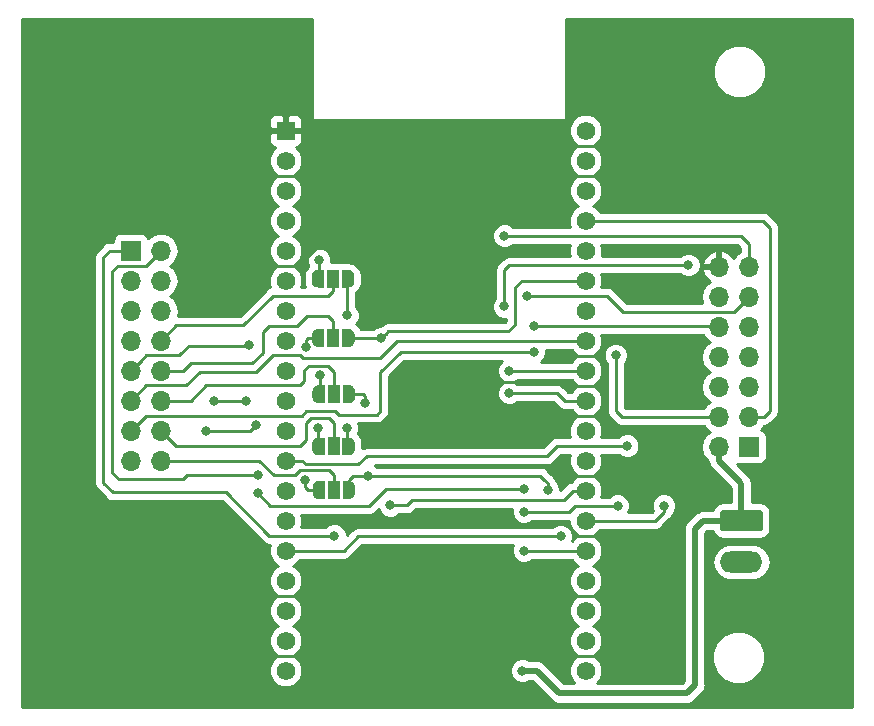
<source format=gbr>
G04 #@! TF.GenerationSoftware,KiCad,Pcbnew,5.0.2-bee76a0~70~ubuntu18.04.1*
G04 #@! TF.CreationDate,2020-08-06T15:01:45+02:00*
G04 #@! TF.ProjectId,panel_led_mod,70616e65-6c5f-46c6-9564-5f6d6f642e6b,rev?*
G04 #@! TF.SameCoordinates,Original*
G04 #@! TF.FileFunction,Copper,L2,Bot*
G04 #@! TF.FilePolarity,Positive*
%FSLAX46Y46*%
G04 Gerber Fmt 4.6, Leading zero omitted, Abs format (unit mm)*
G04 Created by KiCad (PCBNEW 5.0.2-bee76a0~70~ubuntu18.04.1) date jue 06 ago 2020 15:01:45 CEST*
%MOMM*%
%LPD*%
G01*
G04 APERTURE LIST*
G04 #@! TA.AperFunction,SMDPad,CuDef*
%ADD10R,1.000000X1.500000*%
G04 #@! TD*
G04 #@! TA.AperFunction,SMDPad,CuDef*
%ADD11C,0.500000*%
G04 #@! TD*
G04 #@! TA.AperFunction,Conductor*
%ADD12C,0.100000*%
G04 #@! TD*
G04 #@! TA.AperFunction,ComponentPad*
%ADD13R,1.560000X1.560000*%
G04 #@! TD*
G04 #@! TA.AperFunction,ComponentPad*
%ADD14C,1.560000*%
G04 #@! TD*
G04 #@! TA.AperFunction,ComponentPad*
%ADD15R,1.700000X1.700000*%
G04 #@! TD*
G04 #@! TA.AperFunction,ComponentPad*
%ADD16O,1.700000X1.700000*%
G04 #@! TD*
G04 #@! TA.AperFunction,ComponentPad*
%ADD17C,1.800000*%
G04 #@! TD*
G04 #@! TA.AperFunction,ComponentPad*
%ADD18O,3.600000X1.800000*%
G04 #@! TD*
G04 #@! TA.AperFunction,ViaPad*
%ADD19C,0.800000*%
G04 #@! TD*
G04 #@! TA.AperFunction,Conductor*
%ADD20C,0.250000*%
G04 #@! TD*
G04 #@! TA.AperFunction,Conductor*
%ADD21C,0.500000*%
G04 #@! TD*
G04 #@! TA.AperFunction,Conductor*
%ADD22C,0.254000*%
G04 #@! TD*
G04 APERTURE END LIST*
D10*
G04 #@! TO.P,10,2*
G04 #@! TO.N,N/C*
X140578840Y-93494860D03*
D11*
G04 #@! TO.P,10,3*
G04 #@! TO.N,D*
X141878840Y-93494860D03*
D12*
G04 #@! TD*
G04 #@! TO.N,D*
G04 #@! TO.C,10*
G36*
X141878840Y-92745462D02*
X141903374Y-92745462D01*
X141952205Y-92750272D01*
X142000330Y-92759844D01*
X142047285Y-92774088D01*
X142092618Y-92792865D01*
X142135891Y-92815996D01*
X142176690Y-92843256D01*
X142214619Y-92874384D01*
X142249316Y-92909081D01*
X142280444Y-92947010D01*
X142307704Y-92987809D01*
X142330835Y-93031082D01*
X142349612Y-93076415D01*
X142363856Y-93123370D01*
X142373428Y-93171495D01*
X142378238Y-93220326D01*
X142378238Y-93244860D01*
X142378840Y-93244860D01*
X142378840Y-93744860D01*
X142378238Y-93744860D01*
X142378238Y-93769394D01*
X142373428Y-93818225D01*
X142363856Y-93866350D01*
X142349612Y-93913305D01*
X142330835Y-93958638D01*
X142307704Y-94001911D01*
X142280444Y-94042710D01*
X142249316Y-94080639D01*
X142214619Y-94115336D01*
X142176690Y-94146464D01*
X142135891Y-94173724D01*
X142092618Y-94196855D01*
X142047285Y-94215632D01*
X142000330Y-94229876D01*
X141952205Y-94239448D01*
X141903374Y-94244258D01*
X141878840Y-94244258D01*
X141878840Y-94244860D01*
X141328840Y-94244860D01*
X141328840Y-92744860D01*
X141878840Y-92744860D01*
X141878840Y-92745462D01*
X141878840Y-92745462D01*
G37*
D11*
G04 #@! TO.P,10,1*
G04 #@! TO.N,B*
X139278840Y-93494860D03*
D12*
G04 #@! TD*
G04 #@! TO.N,B*
G04 #@! TO.C,10*
G36*
X139828840Y-94244860D02*
X139278840Y-94244860D01*
X139278840Y-94244258D01*
X139254306Y-94244258D01*
X139205475Y-94239448D01*
X139157350Y-94229876D01*
X139110395Y-94215632D01*
X139065062Y-94196855D01*
X139021789Y-94173724D01*
X138980990Y-94146464D01*
X138943061Y-94115336D01*
X138908364Y-94080639D01*
X138877236Y-94042710D01*
X138849976Y-94001911D01*
X138826845Y-93958638D01*
X138808068Y-93913305D01*
X138793824Y-93866350D01*
X138784252Y-93818225D01*
X138779442Y-93769394D01*
X138779442Y-93744860D01*
X138778840Y-93744860D01*
X138778840Y-93244860D01*
X138779442Y-93244860D01*
X138779442Y-93220326D01*
X138784252Y-93171495D01*
X138793824Y-93123370D01*
X138808068Y-93076415D01*
X138826845Y-93031082D01*
X138849976Y-92987809D01*
X138877236Y-92947010D01*
X138908364Y-92909081D01*
X138943061Y-92874384D01*
X138980990Y-92843256D01*
X139021789Y-92815996D01*
X139065062Y-92792865D01*
X139110395Y-92774088D01*
X139157350Y-92759844D01*
X139205475Y-92750272D01*
X139254306Y-92745462D01*
X139278840Y-92745462D01*
X139278840Y-92744860D01*
X139828840Y-92744860D01*
X139828840Y-94244860D01*
X139828840Y-94244860D01*
G37*
D11*
G04 #@! TO.P,8,1*
G04 #@! TO.N,GND*
X139241220Y-88480900D03*
D12*
G04 #@! TD*
G04 #@! TO.N,GND*
G04 #@! TO.C,8*
G36*
X139791220Y-89230900D02*
X139241220Y-89230900D01*
X139241220Y-89230298D01*
X139216686Y-89230298D01*
X139167855Y-89225488D01*
X139119730Y-89215916D01*
X139072775Y-89201672D01*
X139027442Y-89182895D01*
X138984169Y-89159764D01*
X138943370Y-89132504D01*
X138905441Y-89101376D01*
X138870744Y-89066679D01*
X138839616Y-89028750D01*
X138812356Y-88987951D01*
X138789225Y-88944678D01*
X138770448Y-88899345D01*
X138756204Y-88852390D01*
X138746632Y-88804265D01*
X138741822Y-88755434D01*
X138741822Y-88730900D01*
X138741220Y-88730900D01*
X138741220Y-88230900D01*
X138741822Y-88230900D01*
X138741822Y-88206366D01*
X138746632Y-88157535D01*
X138756204Y-88109410D01*
X138770448Y-88062455D01*
X138789225Y-88017122D01*
X138812356Y-87973849D01*
X138839616Y-87933050D01*
X138870744Y-87895121D01*
X138905441Y-87860424D01*
X138943370Y-87829296D01*
X138984169Y-87802036D01*
X139027442Y-87778905D01*
X139072775Y-87760128D01*
X139119730Y-87745884D01*
X139167855Y-87736312D01*
X139216686Y-87731502D01*
X139241220Y-87731502D01*
X139241220Y-87730900D01*
X139791220Y-87730900D01*
X139791220Y-89230900D01*
X139791220Y-89230900D01*
G37*
D11*
G04 #@! TO.P,8,3*
G04 #@! TO.N,B*
X141841220Y-88480900D03*
D12*
G04 #@! TD*
G04 #@! TO.N,B*
G04 #@! TO.C,8*
G36*
X141841220Y-87731502D02*
X141865754Y-87731502D01*
X141914585Y-87736312D01*
X141962710Y-87745884D01*
X142009665Y-87760128D01*
X142054998Y-87778905D01*
X142098271Y-87802036D01*
X142139070Y-87829296D01*
X142176999Y-87860424D01*
X142211696Y-87895121D01*
X142242824Y-87933050D01*
X142270084Y-87973849D01*
X142293215Y-88017122D01*
X142311992Y-88062455D01*
X142326236Y-88109410D01*
X142335808Y-88157535D01*
X142340618Y-88206366D01*
X142340618Y-88230900D01*
X142341220Y-88230900D01*
X142341220Y-88730900D01*
X142340618Y-88730900D01*
X142340618Y-88755434D01*
X142335808Y-88804265D01*
X142326236Y-88852390D01*
X142311992Y-88899345D01*
X142293215Y-88944678D01*
X142270084Y-88987951D01*
X142242824Y-89028750D01*
X142211696Y-89066679D01*
X142176999Y-89101376D01*
X142139070Y-89132504D01*
X142098271Y-89159764D01*
X142054998Y-89182895D01*
X142009665Y-89201672D01*
X141962710Y-89215916D01*
X141914585Y-89225488D01*
X141865754Y-89230298D01*
X141841220Y-89230298D01*
X141841220Y-89230900D01*
X141291220Y-89230900D01*
X141291220Y-87730900D01*
X141841220Y-87730900D01*
X141841220Y-87731502D01*
X141841220Y-87731502D01*
G37*
D10*
G04 #@! TO.P,8,2*
G04 #@! TO.N,N/C*
X140541220Y-88480900D03*
G04 #@! TD*
D11*
G04 #@! TO.P,14,1*
G04 #@! TO.N,LAT*
X139299640Y-102687120D03*
D12*
G04 #@! TD*
G04 #@! TO.N,LAT*
G04 #@! TO.C,14*
G36*
X139849640Y-103437120D02*
X139299640Y-103437120D01*
X139299640Y-103436518D01*
X139275106Y-103436518D01*
X139226275Y-103431708D01*
X139178150Y-103422136D01*
X139131195Y-103407892D01*
X139085862Y-103389115D01*
X139042589Y-103365984D01*
X139001790Y-103338724D01*
X138963861Y-103307596D01*
X138929164Y-103272899D01*
X138898036Y-103234970D01*
X138870776Y-103194171D01*
X138847645Y-103150898D01*
X138828868Y-103105565D01*
X138814624Y-103058610D01*
X138805052Y-103010485D01*
X138800242Y-102961654D01*
X138800242Y-102937120D01*
X138799640Y-102937120D01*
X138799640Y-102437120D01*
X138800242Y-102437120D01*
X138800242Y-102412586D01*
X138805052Y-102363755D01*
X138814624Y-102315630D01*
X138828868Y-102268675D01*
X138847645Y-102223342D01*
X138870776Y-102180069D01*
X138898036Y-102139270D01*
X138929164Y-102101341D01*
X138963861Y-102066644D01*
X139001790Y-102035516D01*
X139042589Y-102008256D01*
X139085862Y-101985125D01*
X139131195Y-101966348D01*
X139178150Y-101952104D01*
X139226275Y-101942532D01*
X139275106Y-101937722D01*
X139299640Y-101937722D01*
X139299640Y-101937120D01*
X139849640Y-101937120D01*
X139849640Y-103437120D01*
X139849640Y-103437120D01*
G37*
D11*
G04 #@! TO.P,14,3*
G04 #@! TO.N,GND*
X141899640Y-102687120D03*
D12*
G04 #@! TD*
G04 #@! TO.N,GND*
G04 #@! TO.C,14*
G36*
X141899640Y-101937722D02*
X141924174Y-101937722D01*
X141973005Y-101942532D01*
X142021130Y-101952104D01*
X142068085Y-101966348D01*
X142113418Y-101985125D01*
X142156691Y-102008256D01*
X142197490Y-102035516D01*
X142235419Y-102066644D01*
X142270116Y-102101341D01*
X142301244Y-102139270D01*
X142328504Y-102180069D01*
X142351635Y-102223342D01*
X142370412Y-102268675D01*
X142384656Y-102315630D01*
X142394228Y-102363755D01*
X142399038Y-102412586D01*
X142399038Y-102437120D01*
X142399640Y-102437120D01*
X142399640Y-102937120D01*
X142399038Y-102937120D01*
X142399038Y-102961654D01*
X142394228Y-103010485D01*
X142384656Y-103058610D01*
X142370412Y-103105565D01*
X142351635Y-103150898D01*
X142328504Y-103194171D01*
X142301244Y-103234970D01*
X142270116Y-103272899D01*
X142235419Y-103307596D01*
X142197490Y-103338724D01*
X142156691Y-103365984D01*
X142113418Y-103389115D01*
X142068085Y-103407892D01*
X142021130Y-103422136D01*
X141973005Y-103431708D01*
X141924174Y-103436518D01*
X141899640Y-103436518D01*
X141899640Y-103437120D01*
X141349640Y-103437120D01*
X141349640Y-101937120D01*
X141899640Y-101937120D01*
X141899640Y-101937722D01*
X141899640Y-101937722D01*
G37*
D10*
G04 #@! TO.P,14,2*
G04 #@! TO.N,N/C*
X140599640Y-102687120D03*
G04 #@! TD*
G04 #@! TO.P,16,2*
G04 #@! TO.N,N/C*
X140619480Y-106362500D03*
D11*
G04 #@! TO.P,16,3*
G04 #@! TO.N,G1*
X141919480Y-106362500D03*
D12*
G04 #@! TD*
G04 #@! TO.N,G1*
G04 #@! TO.C,16*
G36*
X141919480Y-105613102D02*
X141944014Y-105613102D01*
X141992845Y-105617912D01*
X142040970Y-105627484D01*
X142087925Y-105641728D01*
X142133258Y-105660505D01*
X142176531Y-105683636D01*
X142217330Y-105710896D01*
X142255259Y-105742024D01*
X142289956Y-105776721D01*
X142321084Y-105814650D01*
X142348344Y-105855449D01*
X142371475Y-105898722D01*
X142390252Y-105944055D01*
X142404496Y-105991010D01*
X142414068Y-106039135D01*
X142418878Y-106087966D01*
X142418878Y-106112500D01*
X142419480Y-106112500D01*
X142419480Y-106612500D01*
X142418878Y-106612500D01*
X142418878Y-106637034D01*
X142414068Y-106685865D01*
X142404496Y-106733990D01*
X142390252Y-106780945D01*
X142371475Y-106826278D01*
X142348344Y-106869551D01*
X142321084Y-106910350D01*
X142289956Y-106948279D01*
X142255259Y-106982976D01*
X142217330Y-107014104D01*
X142176531Y-107041364D01*
X142133258Y-107064495D01*
X142087925Y-107083272D01*
X142040970Y-107097516D01*
X141992845Y-107107088D01*
X141944014Y-107111898D01*
X141919480Y-107111898D01*
X141919480Y-107112500D01*
X141369480Y-107112500D01*
X141369480Y-105612500D01*
X141919480Y-105612500D01*
X141919480Y-105613102D01*
X141919480Y-105613102D01*
G37*
D11*
G04 #@! TO.P,16,1*
G04 #@! TO.N,GND*
X139319480Y-106362500D03*
D12*
G04 #@! TD*
G04 #@! TO.N,GND*
G04 #@! TO.C,16*
G36*
X139869480Y-107112500D02*
X139319480Y-107112500D01*
X139319480Y-107111898D01*
X139294946Y-107111898D01*
X139246115Y-107107088D01*
X139197990Y-107097516D01*
X139151035Y-107083272D01*
X139105702Y-107064495D01*
X139062429Y-107041364D01*
X139021630Y-107014104D01*
X138983701Y-106982976D01*
X138949004Y-106948279D01*
X138917876Y-106910350D01*
X138890616Y-106869551D01*
X138867485Y-106826278D01*
X138848708Y-106780945D01*
X138834464Y-106733990D01*
X138824892Y-106685865D01*
X138820082Y-106637034D01*
X138820082Y-106612500D01*
X138819480Y-106612500D01*
X138819480Y-106112500D01*
X138820082Y-106112500D01*
X138820082Y-106087966D01*
X138824892Y-106039135D01*
X138834464Y-105991010D01*
X138848708Y-105944055D01*
X138867485Y-105898722D01*
X138890616Y-105855449D01*
X138917876Y-105814650D01*
X138949004Y-105776721D01*
X138983701Y-105742024D01*
X139021630Y-105710896D01*
X139062429Y-105683636D01*
X139105702Y-105660505D01*
X139151035Y-105641728D01*
X139197990Y-105627484D01*
X139246115Y-105617912D01*
X139294946Y-105613102D01*
X139319480Y-105613102D01*
X139319480Y-105612500D01*
X139869480Y-105612500D01*
X139869480Y-107112500D01*
X139869480Y-107112500D01*
G37*
D11*
G04 #@! TO.P,12,1*
G04 #@! TO.N,D*
X139314880Y-98252280D03*
D12*
G04 #@! TD*
G04 #@! TO.N,D*
G04 #@! TO.C,12*
G36*
X139864880Y-99002280D02*
X139314880Y-99002280D01*
X139314880Y-99001678D01*
X139290346Y-99001678D01*
X139241515Y-98996868D01*
X139193390Y-98987296D01*
X139146435Y-98973052D01*
X139101102Y-98954275D01*
X139057829Y-98931144D01*
X139017030Y-98903884D01*
X138979101Y-98872756D01*
X138944404Y-98838059D01*
X138913276Y-98800130D01*
X138886016Y-98759331D01*
X138862885Y-98716058D01*
X138844108Y-98670725D01*
X138829864Y-98623770D01*
X138820292Y-98575645D01*
X138815482Y-98526814D01*
X138815482Y-98502280D01*
X138814880Y-98502280D01*
X138814880Y-98002280D01*
X138815482Y-98002280D01*
X138815482Y-97977746D01*
X138820292Y-97928915D01*
X138829864Y-97880790D01*
X138844108Y-97833835D01*
X138862885Y-97788502D01*
X138886016Y-97745229D01*
X138913276Y-97704430D01*
X138944404Y-97666501D01*
X138979101Y-97631804D01*
X139017030Y-97600676D01*
X139057829Y-97573416D01*
X139101102Y-97550285D01*
X139146435Y-97531508D01*
X139193390Y-97517264D01*
X139241515Y-97507692D01*
X139290346Y-97502882D01*
X139314880Y-97502882D01*
X139314880Y-97502280D01*
X139864880Y-97502280D01*
X139864880Y-99002280D01*
X139864880Y-99002280D01*
G37*
D11*
G04 #@! TO.P,12,3*
G04 #@! TO.N,LAT*
X141914880Y-98252280D03*
D12*
G04 #@! TD*
G04 #@! TO.N,LAT*
G04 #@! TO.C,12*
G36*
X141914880Y-97502882D02*
X141939414Y-97502882D01*
X141988245Y-97507692D01*
X142036370Y-97517264D01*
X142083325Y-97531508D01*
X142128658Y-97550285D01*
X142171931Y-97573416D01*
X142212730Y-97600676D01*
X142250659Y-97631804D01*
X142285356Y-97666501D01*
X142316484Y-97704430D01*
X142343744Y-97745229D01*
X142366875Y-97788502D01*
X142385652Y-97833835D01*
X142399896Y-97880790D01*
X142409468Y-97928915D01*
X142414278Y-97977746D01*
X142414278Y-98002280D01*
X142414880Y-98002280D01*
X142414880Y-98502280D01*
X142414278Y-98502280D01*
X142414278Y-98526814D01*
X142409468Y-98575645D01*
X142399896Y-98623770D01*
X142385652Y-98670725D01*
X142366875Y-98716058D01*
X142343744Y-98759331D01*
X142316484Y-98800130D01*
X142285356Y-98838059D01*
X142250659Y-98872756D01*
X142212730Y-98903884D01*
X142171931Y-98931144D01*
X142128658Y-98954275D01*
X142083325Y-98973052D01*
X142036370Y-98987296D01*
X141988245Y-98996868D01*
X141939414Y-99001678D01*
X141914880Y-99001678D01*
X141914880Y-99002280D01*
X141364880Y-99002280D01*
X141364880Y-97502280D01*
X141914880Y-97502280D01*
X141914880Y-97502882D01*
X141914880Y-97502882D01*
G37*
D10*
G04 #@! TO.P,12,2*
G04 #@! TO.N,N/C*
X140614880Y-98252280D03*
G04 #@! TD*
D13*
G04 #@! TO.P,U1,1*
G04 #@! TO.N,+3V3*
X136550400Y-75947200D03*
D14*
G04 #@! TO.P,U1,2*
G04 #@! TO.N,N/C*
X136550400Y-78487200D03*
G04 #@! TO.P,U1,19*
G04 #@! TO.N,Net-(D1-Pad1)*
X136550400Y-121667200D03*
G04 #@! TO.P,U1,3*
G04 #@! TO.N,N/C*
X136550400Y-81027200D03*
G04 #@! TO.P,U1,4*
X136550400Y-83567200D03*
G04 #@! TO.P,U1,5*
G04 #@! TO.N,GPIO34*
X136550400Y-86107200D03*
G04 #@! TO.P,U1,6*
G04 #@! TO.N,GPIO25*
X136550400Y-88647200D03*
G04 #@! TO.P,U1,7*
G04 #@! TO.N,GPIO32*
X136550400Y-91187200D03*
G04 #@! TO.P,U1,8*
G04 #@! TO.N,GPIO33*
X136550400Y-93727200D03*
G04 #@! TO.P,U1,9*
G04 #@! TO.N,DE*
X136550400Y-96267200D03*
G04 #@! TO.P,U1,10*
G04 #@! TO.N,LAT*
X136550400Y-98807200D03*
G04 #@! TO.P,U1,11*
G04 #@! TO.N,G2*
X136550400Y-101347200D03*
G04 #@! TO.P,U1,12*
G04 #@! TO.N,GPIO14*
X136550400Y-103887200D03*
G04 #@! TO.P,U1,13*
G04 #@! TO.N,GPIO12*
X136550400Y-106427200D03*
G04 #@! TO.P,U1,14*
G04 #@! TO.N,GND*
X136550400Y-108967200D03*
G04 #@! TO.P,U1,15*
G04 #@! TO.N,GPIO13*
X136550400Y-111507200D03*
G04 #@! TO.P,U1,16*
G04 #@! TO.N,N/C*
X136550400Y-114047200D03*
G04 #@! TO.P,U1,17*
X136550400Y-116587200D03*
G04 #@! TO.P,U1,18*
X136550400Y-119127200D03*
G04 #@! TO.P,U1,20*
G04 #@! TO.N,GND*
X161950400Y-75947200D03*
G04 #@! TO.P,U1,21*
G04 #@! TO.N,GPIO23*
X161950400Y-78487200D03*
G04 #@! TO.P,U1,22*
G04 #@! TO.N,CLK*
X161950400Y-81027200D03*
G04 #@! TO.P,U1,23*
G04 #@! TO.N,TXD*
X161950400Y-83567200D03*
G04 #@! TO.P,U1,24*
G04 #@! TO.N,RXD*
X161950400Y-86107200D03*
G04 #@! TO.P,U1,25*
G04 #@! TO.N,D*
X161950400Y-88647200D03*
G04 #@! TO.P,U1,26*
G04 #@! TO.N,GND*
X161950400Y-91187200D03*
G04 #@! TO.P,U1,27*
G04 #@! TO.N,C*
X161950400Y-93727200D03*
G04 #@! TO.P,U1,28*
G04 #@! TO.N,B*
X161950400Y-96267200D03*
G04 #@! TO.P,U1,29*
G04 #@! TO.N,A*
X161950400Y-98807200D03*
G04 #@! TO.P,U1,30*
G04 #@! TO.N,B2*
X161950400Y-101347200D03*
G04 #@! TO.P,U1,31*
G04 #@! TO.N,R2*
X161950400Y-103887200D03*
G04 #@! TO.P,U1,32*
G04 #@! TO.N,B1*
X161950400Y-106427200D03*
G04 #@! TO.P,U1,33*
G04 #@! TO.N,GPIO0*
X161950400Y-108967200D03*
G04 #@! TO.P,U1,34*
G04 #@! TO.N,R1*
X161950400Y-111507200D03*
G04 #@! TO.P,U1,35*
G04 #@! TO.N,G1*
X161950400Y-114047200D03*
G04 #@! TO.P,U1,36*
G04 #@! TO.N,N/C*
X161950400Y-116587200D03*
G04 #@! TO.P,U1,37*
X161950400Y-119127200D03*
G04 #@! TO.P,U1,38*
X161950400Y-121667200D03*
G04 #@! TD*
D15*
G04 #@! TO.P,J1,1*
G04 #@! TO.N,R1*
X123444000Y-86106000D03*
D16*
G04 #@! TO.P,J1,2*
G04 #@! TO.N,G1*
X125984000Y-86106000D03*
G04 #@! TO.P,J1,3*
G04 #@! TO.N,B1*
X123444000Y-88646000D03*
G04 #@! TO.P,J1,4*
G04 #@! TO.N,GND*
X125984000Y-88646000D03*
G04 #@! TO.P,J1,5*
G04 #@! TO.N,R2*
X123444000Y-91186000D03*
G04 #@! TO.P,J1,6*
G04 #@! TO.N,G2*
X125984000Y-91186000D03*
G04 #@! TO.P,J1,7*
G04 #@! TO.N,B2*
X123444000Y-93726000D03*
G04 #@! TO.P,J1,8*
G04 #@! TO.N,N/C*
X125984000Y-93726000D03*
G04 #@! TO.P,J1,9*
G04 #@! TO.N,A*
X123444000Y-96266000D03*
G04 #@! TO.P,J1,10*
G04 #@! TO.N,N/C*
X125984000Y-96266000D03*
G04 #@! TO.P,J1,11*
G04 #@! TO.N,C*
X123444000Y-98806000D03*
G04 #@! TO.P,J1,12*
G04 #@! TO.N,N/C*
X125984000Y-98806000D03*
G04 #@! TO.P,J1,13*
G04 #@! TO.N,CLK*
X123444000Y-101346000D03*
G04 #@! TO.P,J1,14*
G04 #@! TO.N,N/C*
X125984000Y-101346000D03*
G04 #@! TO.P,J1,15*
G04 #@! TO.N,DE*
X123444000Y-103886000D03*
G04 #@! TO.P,J1,16*
G04 #@! TO.N,N/C*
X125984000Y-103886000D03*
G04 #@! TD*
G04 #@! TO.P,J2,14*
G04 #@! TO.N,+3V3*
X173228000Y-87477600D03*
G04 #@! TO.P,J2,13*
G04 #@! TO.N,GPIO34*
X175768000Y-87477600D03*
G04 #@! TO.P,J2,12*
G04 #@! TO.N,GPIO33*
X173228000Y-90017600D03*
G04 #@! TO.P,J2,11*
G04 #@! TO.N,GPIO32*
X175768000Y-90017600D03*
G04 #@! TO.P,J2,10*
G04 #@! TO.N,GPIO25*
X173228000Y-92557600D03*
G04 #@! TO.P,J2,9*
G04 #@! TO.N,GPIO23*
X175768000Y-92557600D03*
G04 #@! TO.P,J2,8*
G04 #@! TO.N,GPIO14*
X173228000Y-95097600D03*
G04 #@! TO.P,J2,7*
G04 #@! TO.N,GPIO13*
X175768000Y-95097600D03*
G04 #@! TO.P,J2,6*
G04 #@! TO.N,GPIO12*
X173228000Y-97637600D03*
G04 #@! TO.P,J2,5*
G04 #@! TO.N,GPIO0*
X175768000Y-97637600D03*
G04 #@! TO.P,J2,4*
G04 #@! TO.N,RXD*
X173228000Y-100177600D03*
G04 #@! TO.P,J2,3*
G04 #@! TO.N,TXD*
X175768000Y-100177600D03*
G04 #@! TO.P,J2,2*
G04 #@! TO.N,+5V*
X173228000Y-102717600D03*
D15*
G04 #@! TO.P,J2,1*
G04 #@! TO.N,GND*
X175768000Y-102717600D03*
G04 #@! TD*
D12*
G04 #@! TO.N,+5V*
G04 #@! TO.C,J3*
G36*
X176712584Y-108069744D02*
X176736853Y-108073344D01*
X176760651Y-108079305D01*
X176783751Y-108087570D01*
X176805929Y-108098060D01*
X176826973Y-108110673D01*
X176846678Y-108125287D01*
X176864857Y-108141763D01*
X176881333Y-108159942D01*
X176895947Y-108179647D01*
X176908560Y-108200691D01*
X176919050Y-108222869D01*
X176927315Y-108245969D01*
X176933276Y-108269767D01*
X176936876Y-108294036D01*
X176938080Y-108318540D01*
X176938080Y-109618540D01*
X176936876Y-109643044D01*
X176933276Y-109667313D01*
X176927315Y-109691111D01*
X176919050Y-109714211D01*
X176908560Y-109736389D01*
X176895947Y-109757433D01*
X176881333Y-109777138D01*
X176864857Y-109795317D01*
X176846678Y-109811793D01*
X176826973Y-109826407D01*
X176805929Y-109839020D01*
X176783751Y-109849510D01*
X176760651Y-109857775D01*
X176736853Y-109863736D01*
X176712584Y-109867336D01*
X176688080Y-109868540D01*
X173588080Y-109868540D01*
X173563576Y-109867336D01*
X173539307Y-109863736D01*
X173515509Y-109857775D01*
X173492409Y-109849510D01*
X173470231Y-109839020D01*
X173449187Y-109826407D01*
X173429482Y-109811793D01*
X173411303Y-109795317D01*
X173394827Y-109777138D01*
X173380213Y-109757433D01*
X173367600Y-109736389D01*
X173357110Y-109714211D01*
X173348845Y-109691111D01*
X173342884Y-109667313D01*
X173339284Y-109643044D01*
X173338080Y-109618540D01*
X173338080Y-108318540D01*
X173339284Y-108294036D01*
X173342884Y-108269767D01*
X173348845Y-108245969D01*
X173357110Y-108222869D01*
X173367600Y-108200691D01*
X173380213Y-108179647D01*
X173394827Y-108159942D01*
X173411303Y-108141763D01*
X173429482Y-108125287D01*
X173449187Y-108110673D01*
X173470231Y-108098060D01*
X173492409Y-108087570D01*
X173515509Y-108079305D01*
X173539307Y-108073344D01*
X173563576Y-108069744D01*
X173588080Y-108068540D01*
X176688080Y-108068540D01*
X176712584Y-108069744D01*
X176712584Y-108069744D01*
G37*
D17*
G04 #@! TD*
G04 #@! TO.P,J3,1*
G04 #@! TO.N,+5V*
X175138080Y-108968540D03*
D18*
G04 #@! TO.P,J3,2*
G04 #@! TO.N,GND*
X175138080Y-112468540D03*
G04 #@! TD*
D19*
G04 #@! TO.N,GND*
X138196320Y-105519220D03*
X141714220Y-101127560D03*
X139374880Y-86883240D03*
X133197600Y-98877120D03*
X130469640Y-98841560D03*
G04 #@! TO.N,+5V*
X156565600Y-121666000D03*
G04 #@! TO.N,RXD*
X164490400Y-94945200D03*
G04 #@! TO.N,GPIO12*
X164642800Y-107696000D03*
X156718000Y-108204000D03*
G04 #@! TO.N,GPIO13*
X159816800Y-110286800D03*
G04 #@! TO.N,GPIO14*
X165465760Y-102616000D03*
G04 #@! TO.N,GPIO25*
X157581600Y-92456000D03*
G04 #@! TO.N,GPIO32*
X156964380Y-89916000D03*
G04 #@! TO.N,GPIO33*
X170637200Y-87325200D03*
X155039060Y-90835480D03*
G04 #@! TO.N,GPIO34*
X155067000Y-84846160D03*
G04 #@! TO.N,+3V3*
X170688000Y-85953600D03*
X170688000Y-82397600D03*
G04 #@! TO.N,GPIO0*
X168554400Y-107696000D03*
G04 #@! TO.N,R1*
X140665200Y-110236000D03*
X156718000Y-111506000D03*
G04 #@! TO.N,G1*
X158750000Y-106375200D03*
X143522700Y-105156000D03*
X134180580Y-105128060D03*
G04 #@! TO.N,B1*
X145402300Y-107685840D03*
G04 #@! TO.N,R2*
X156718000Y-106273600D03*
X134167880Y-106603800D03*
G04 #@! TO.N,B*
X138242040Y-94256860D03*
X141772640Y-91597480D03*
X155486100Y-96291400D03*
G04 #@! TO.N,A*
X133469380Y-94137480D03*
X155463240Y-98173540D03*
G04 #@! TO.N,D*
X144612360Y-93538040D03*
X139410440Y-96636840D03*
G04 #@! TO.N,LAT*
X143291560Y-98978720D03*
X139252960Y-101158040D03*
G04 #@! TO.N,CLK*
X157553660Y-94696280D03*
G04 #@! TO.N,DE*
X134061200Y-100838000D03*
X129796540Y-101340920D03*
G04 #@! TD*
D20*
G04 #@! TO.N,*
X126118620Y-103751380D02*
X125984000Y-103886000D01*
X126033600Y-98807200D02*
X125984000Y-98856800D01*
X127259080Y-102621080D02*
X127182880Y-102544880D01*
X137754360Y-102621080D02*
X127259080Y-102621080D01*
X138226800Y-102148640D02*
X137754360Y-102621080D01*
X127182880Y-102544880D02*
X125984000Y-101346000D01*
X138226800Y-100721160D02*
X138226800Y-102148640D01*
X140185140Y-100276660D02*
X138671300Y-100276660D01*
X138671300Y-100276660D02*
X138226800Y-100721160D01*
X138117580Y-97104200D02*
X138112500Y-97104200D01*
X140571220Y-92097860D02*
X140571220Y-92487240D01*
X140571220Y-92487240D02*
X140578840Y-92494860D01*
X138315700Y-91660980D02*
X140134340Y-91660980D01*
X135150860Y-92463620D02*
X137513060Y-92463620D01*
X137513060Y-92463620D02*
X138315700Y-91660980D01*
X125984000Y-96266000D02*
X127886460Y-96266000D01*
X134635240Y-92979240D02*
X135150860Y-92463620D01*
X140134340Y-91660980D02*
X140571220Y-92097860D01*
X128508760Y-95643700D02*
X133731000Y-95643700D01*
X140578840Y-92494860D02*
X140578840Y-93494860D01*
X133731000Y-95643700D02*
X134635240Y-94739460D01*
X127886460Y-96266000D02*
X128508760Y-95643700D01*
X134635240Y-94739460D02*
X134635240Y-92979240D01*
X137721340Y-97513140D02*
X138117580Y-97116900D01*
X129788920Y-97513140D02*
X137721340Y-97513140D01*
X128496060Y-98806000D02*
X129788920Y-97513140D01*
X138117580Y-97116900D02*
X138117580Y-97104200D01*
X125984000Y-98806000D02*
X128496060Y-98806000D01*
X138117580Y-96370140D02*
X138117580Y-97104200D01*
X138117580Y-96217740D02*
X138117580Y-96370140D01*
X140103860Y-95841820D02*
X138493500Y-95841820D01*
X138493500Y-95841820D02*
X138117580Y-96217740D01*
X132966460Y-92415360D02*
X127294640Y-92415360D01*
X135450580Y-89931240D02*
X132966460Y-92415360D01*
X140147040Y-89931240D02*
X135450580Y-89931240D01*
X140541220Y-88480900D02*
X140541220Y-89537060D01*
X127294640Y-92415360D02*
X125984000Y-93726000D01*
X140541220Y-89537060D02*
X140147040Y-89931240D01*
X140472160Y-100563680D02*
X140185140Y-100276660D01*
X140352780Y-100444300D02*
X140185140Y-100276660D01*
X140599640Y-102687120D02*
X140599640Y-100691160D01*
X140599640Y-100691160D02*
X140352780Y-100444300D01*
X140614880Y-97252280D02*
X140614400Y-97251800D01*
X140614880Y-98252280D02*
X140614880Y-97252280D01*
X140614400Y-96352360D02*
X140103860Y-95841820D01*
X140614400Y-97251800D02*
X140614400Y-96352360D01*
X140619480Y-105112820D02*
X140619480Y-106362500D01*
X125984000Y-103886000D02*
X134325360Y-103886000D01*
X134325360Y-103886000D02*
X135575040Y-105135680D01*
X140187680Y-104681020D02*
X140619480Y-105112820D01*
X135575040Y-105135680D02*
X137330180Y-105135680D01*
X137330180Y-105135680D02*
X137784840Y-104681020D01*
X137784840Y-104681020D02*
X140187680Y-104681020D01*
G04 #@! TO.N,GND*
X141714220Y-102629180D02*
X141828040Y-102743000D01*
X139232640Y-88171500D02*
X139195020Y-88209120D01*
X141714220Y-102583460D02*
X141774700Y-102643940D01*
X139319480Y-106362500D02*
X138407140Y-106362500D01*
X138196320Y-106151680D02*
X138196320Y-105519220D01*
X138407140Y-106362500D02*
X138196320Y-106151680D01*
X139374880Y-88347240D02*
X139241220Y-88480900D01*
X139374880Y-86883240D02*
X139374880Y-88347240D01*
X141714220Y-102501700D02*
X141899640Y-102687120D01*
X141714220Y-101127560D02*
X141714220Y-102501700D01*
X130505200Y-98877120D02*
X130469640Y-98841560D01*
X133197600Y-98877120D02*
X130505200Y-98877120D01*
D21*
G04 #@! TO.N,+5V*
X173228000Y-102717600D02*
X173228000Y-103919681D01*
X159715200Y-123596400D02*
X157784800Y-121666000D01*
X157784800Y-121666000D02*
X156565600Y-121666000D01*
X171196000Y-122885200D02*
X170484800Y-123596400D01*
X170484800Y-123596400D02*
X159715200Y-123596400D01*
X175138080Y-108968540D02*
X175138080Y-105829761D01*
X175138080Y-105829761D02*
X174916439Y-105608120D01*
X173228000Y-103919681D02*
X174916439Y-105608120D01*
D20*
X173238080Y-108968540D02*
X173235540Y-108966000D01*
D21*
X171866560Y-108966000D02*
X171196000Y-109636560D01*
X173235540Y-108966000D02*
X171866560Y-108966000D01*
X171196000Y-109636560D02*
X171196000Y-122885200D01*
X175138080Y-108968540D02*
X173238080Y-108968540D01*
D20*
G04 #@! TO.N,TXD*
X177038000Y-100177600D02*
X175768000Y-100177600D01*
X177546000Y-99669600D02*
X177038000Y-100177600D01*
X161950400Y-83567200D02*
X176937600Y-83567200D01*
X176937600Y-83567200D02*
X177546000Y-84175600D01*
X177546000Y-85039200D02*
X177546000Y-85242400D01*
X177546000Y-84175600D02*
X177546000Y-85242400D01*
X177546000Y-85242400D02*
X177546000Y-99669600D01*
G04 #@! TO.N,RXD*
X172025919Y-100177600D02*
X173228000Y-100177600D01*
X164998400Y-100177600D02*
X172025919Y-100177600D01*
X164490400Y-99669600D02*
X164998400Y-100177600D01*
X164490400Y-94945200D02*
X164490400Y-99669600D01*
G04 #@! TO.N,GPIO12*
X164026315Y-107696000D02*
X164642800Y-107696000D01*
X160528000Y-108204000D02*
X161036000Y-107696000D01*
X156718000Y-108204000D02*
X160528000Y-108204000D01*
X161036000Y-107696000D02*
X164026315Y-107696000D01*
G04 #@! TO.N,GPIO13*
X141478000Y-111507200D02*
X136550400Y-111507200D01*
X142698400Y-110286800D02*
X141478000Y-111507200D01*
X159816800Y-110286800D02*
X142698400Y-110286800D01*
G04 #@! TO.N,GPIO14*
X137915580Y-103887200D02*
X136550400Y-103887200D01*
X138234420Y-104206040D02*
X137915580Y-103887200D01*
X143390620Y-103517700D02*
X142702280Y-104206040D01*
X142702280Y-104206040D02*
X138234420Y-104206040D01*
X157916880Y-103517700D02*
X158640780Y-103517700D01*
X158546800Y-103517700D02*
X157916880Y-103517700D01*
X157916880Y-103517700D02*
X143390620Y-103517700D01*
X158640780Y-103517700D02*
X159542480Y-102616000D01*
X159542480Y-102616000D02*
X165465760Y-102616000D01*
G04 #@! TO.N,GPIO25*
X173228000Y-92557600D02*
X173126400Y-92456000D01*
X173126400Y-92456000D02*
X160014920Y-92456000D01*
X160014920Y-92456000D02*
X157581600Y-92456000D01*
G04 #@! TO.N,GPIO32*
X174498000Y-91287600D02*
X175768000Y-90017600D01*
X165100000Y-91287600D02*
X174498000Y-91287600D01*
X163728400Y-89916000D02*
X165100000Y-91287600D01*
X156964380Y-89916000D02*
X163728400Y-89916000D01*
G04 #@! TO.N,GPIO33*
X155039060Y-87751920D02*
X155465780Y-87325200D01*
X155039060Y-90835480D02*
X155039060Y-87751920D01*
X155790900Y-87325200D02*
X155996640Y-87325200D01*
X155465780Y-87325200D02*
X155996640Y-87325200D01*
X155996640Y-87325200D02*
X170637200Y-87325200D01*
G04 #@! TO.N,GPIO34*
X175056800Y-84836000D02*
X155067000Y-84846160D01*
X175768000Y-87477600D02*
X175768000Y-85547200D01*
X175768000Y-85547200D02*
X175056800Y-84836000D01*
X155067000Y-84846160D02*
X155067000Y-84846160D01*
G04 #@! TO.N,+3V3*
X139491720Y-85542120D02*
X140789660Y-85542120D01*
X162598100Y-77228700D02*
X161282380Y-77228700D01*
X137248900Y-115308380D02*
X135887460Y-115308380D01*
X162521900Y-105161080D02*
X161287460Y-105161080D01*
X161188400Y-115316000D02*
X163068000Y-115316000D01*
X161290000Y-120396000D02*
X162814000Y-120396000D01*
X162509200Y-110236000D02*
X161290000Y-110236000D01*
X161290000Y-110236000D02*
X160274000Y-109220000D01*
X160274000Y-109220000D02*
X158089600Y-109220000D01*
X163169600Y-100076000D02*
X160985200Y-100076000D01*
X160731200Y-79756000D02*
X163068000Y-79756000D01*
X162966400Y-94996000D02*
X160934400Y-94996000D01*
X137304780Y-87376000D02*
X137657840Y-87376000D01*
X137657840Y-87376000D02*
X139491720Y-85542120D01*
X135788400Y-87376000D02*
X137304780Y-87376000D01*
X137304780Y-87376000D02*
X137464800Y-87376000D01*
X140789660Y-85542120D02*
X140794740Y-85542120D01*
X140794740Y-85542120D02*
X141307820Y-86055200D01*
X141307820Y-86055200D02*
X141500860Y-86055200D01*
X137297160Y-120401080D02*
X135780780Y-120401080D01*
X135361680Y-79756000D02*
X137698480Y-79756000D01*
X162925760Y-97541080D02*
X160893760Y-97541080D01*
X156555440Y-97241360D02*
X154523440Y-97241360D01*
G04 #@! TO.N,GPIO0*
X167848885Y-108967200D02*
X167741600Y-108967200D01*
X168554400Y-108261685D02*
X167848885Y-108967200D01*
X168554400Y-107696000D02*
X168554400Y-108261685D01*
X167741600Y-108967200D02*
X161950400Y-108967200D01*
G04 #@! TO.N,R1*
X161950400Y-111507200D02*
X160847314Y-111507200D01*
X160846114Y-111506000D02*
X156718000Y-111506000D01*
X160847314Y-111507200D02*
X160846114Y-111506000D01*
X123444000Y-86106000D02*
X121666000Y-86106000D01*
X121666000Y-86106000D02*
X121107200Y-86664800D01*
X135138160Y-110236000D02*
X140665200Y-110236000D01*
X131465320Y-106563160D02*
X135138160Y-110236000D01*
X121107200Y-86664800D02*
X121107200Y-105755440D01*
X121914920Y-106563160D02*
X131465320Y-106563160D01*
X121107200Y-105755440D02*
X121914920Y-106563160D01*
G04 #@! TO.N,G1*
X158750000Y-106375200D02*
X158750000Y-105809515D01*
X158750000Y-105809515D02*
X158452085Y-105511600D01*
X158452085Y-105511600D02*
X158292800Y-105352315D01*
X158452085Y-105511600D02*
X158096485Y-105156000D01*
X158096485Y-105156000D02*
X143522700Y-105156000D01*
X142270480Y-105176608D02*
X142270480Y-105156000D01*
X143522700Y-105156000D02*
X142270480Y-105156000D01*
X141919480Y-105507000D02*
X141919480Y-106362500D01*
X142270480Y-105156000D02*
X141919480Y-105507000D01*
X122455940Y-105486200D02*
X121879360Y-104909620D01*
X121879360Y-104909620D02*
X121879360Y-87868760D01*
X121879360Y-87868760D02*
X122361960Y-87386160D01*
X124703840Y-87386160D02*
X125984000Y-86106000D01*
X122361960Y-87386160D02*
X124703840Y-87386160D01*
X134180580Y-105128060D02*
X128176020Y-105128060D01*
X127817880Y-105486200D02*
X122455940Y-105486200D01*
X128176020Y-105128060D02*
X127817880Y-105486200D01*
G04 #@! TO.N,B1*
X160070800Y-107203714D02*
X160847314Y-106427200D01*
X160847314Y-106427200D02*
X161950400Y-106427200D01*
X146776914Y-107685840D02*
X147259040Y-107203714D01*
X145402300Y-107685840D02*
X146776914Y-107685840D01*
X147259040Y-107203714D02*
X160070800Y-107203714D01*
G04 #@! TO.N,R2*
X145044160Y-106273600D02*
X156718000Y-106273600D01*
X143621760Y-107696000D02*
X145044160Y-106273600D01*
X134167880Y-106603800D02*
X135260080Y-107696000D01*
X135260080Y-107696000D02*
X143621760Y-107696000D01*
G04 #@! TO.N,B*
X161926200Y-96291400D02*
X161950400Y-96267200D01*
X141777720Y-88226420D02*
X141795020Y-88209120D01*
X155486100Y-96291400D02*
X161926200Y-96291400D01*
X139278840Y-93494860D02*
X138468100Y-93494860D01*
X138468100Y-93494860D02*
X138269980Y-93692980D01*
X138269980Y-94228920D02*
X138242040Y-94256860D01*
X138269980Y-93692980D02*
X138269980Y-94228920D01*
X141831060Y-91539060D02*
X141772640Y-91597480D01*
X141772640Y-88549480D02*
X141841220Y-88480900D01*
X141772640Y-91597480D02*
X141772640Y-88549480D01*
G04 #@! TO.N,A*
X128371600Y-94150180D02*
X133456680Y-94150180D01*
X133456680Y-94150180D02*
X133469380Y-94137480D01*
X124293999Y-95416001D02*
X124293999Y-95413461D01*
X123444000Y-96266000D02*
X124293999Y-95416001D01*
X124293999Y-95413461D02*
X124726700Y-94980760D01*
X127541020Y-94980760D02*
X127703580Y-94818200D01*
X124726700Y-94980760D02*
X127541020Y-94980760D01*
X127703580Y-94818200D02*
X128371600Y-94150180D01*
X161950400Y-98807200D02*
X160153280Y-98807200D01*
X159519620Y-98173540D02*
X155463240Y-98173540D01*
X160153280Y-98807200D02*
X159519620Y-98173540D01*
G04 #@! TO.N,D*
X139153900Y-98236560D02*
X139154380Y-98237040D01*
X139149300Y-96707480D02*
X139153900Y-96702880D01*
X155935680Y-92379800D02*
X155402280Y-92913200D01*
X155935680Y-89230200D02*
X155935680Y-92379800D01*
X156518680Y-88647200D02*
X155935680Y-89230200D01*
X161950400Y-88647200D02*
X156518680Y-88647200D01*
X141922020Y-93538040D02*
X141878840Y-93494860D01*
X144612360Y-93538040D02*
X141922020Y-93538040D01*
X145012359Y-93138041D02*
X145014899Y-93138041D01*
X144612360Y-93538040D02*
X145012359Y-93138041D01*
X145239740Y-92913200D02*
X155402280Y-92913200D01*
X145014899Y-93138041D02*
X145239740Y-92913200D01*
X139410440Y-98156720D02*
X139314880Y-98252280D01*
X139410440Y-96636840D02*
X139410440Y-98156720D01*
G04 #@! TO.N,C*
X144510760Y-95194120D02*
X145978880Y-93726000D01*
X138010900Y-95194120D02*
X144510760Y-95194120D01*
X145978880Y-93726000D02*
X160846114Y-93726000D01*
X137751820Y-94935040D02*
X138010900Y-95194120D01*
X160847314Y-93727200D02*
X161950400Y-93727200D01*
X160846114Y-93726000D02*
X160847314Y-93727200D01*
X128131410Y-97508060D02*
X129270760Y-96368710D01*
X124741940Y-97508060D02*
X128131410Y-97508060D01*
X134067710Y-96368710D02*
X135501380Y-94935040D01*
X123444000Y-98806000D02*
X124741940Y-97508060D01*
X129270760Y-96368710D02*
X134067710Y-96368710D01*
X135501380Y-94935040D02*
X137751820Y-94935040D01*
G04 #@! TO.N,LAT*
X139258040Y-102560600D02*
X139174700Y-102643940D01*
X139252960Y-102640440D02*
X139299640Y-102687120D01*
X139252960Y-101158040D02*
X139252960Y-102640440D01*
X143291560Y-98413035D02*
X143291560Y-98978720D01*
X143125725Y-98247200D02*
X143291560Y-98413035D01*
X141749300Y-98247200D02*
X143125725Y-98247200D01*
G04 #@! TO.N,CLK*
X146270980Y-94691200D02*
X148973540Y-94691200D01*
X144548860Y-96413320D02*
X146270980Y-94691200D01*
X148978620Y-94696280D02*
X157553660Y-94696280D01*
X148973540Y-94691200D02*
X148978620Y-94696280D01*
X144548860Y-99677220D02*
X144548860Y-99278440D01*
X144241520Y-99984560D02*
X144548860Y-99677220D01*
X141046200Y-99984560D02*
X144241520Y-99984560D01*
X140756640Y-99695000D02*
X141046200Y-99984560D01*
X144548860Y-99278440D02*
X144548860Y-96413320D01*
X137911840Y-100076000D02*
X138292840Y-99695000D01*
X138292840Y-99695000D02*
X140756640Y-99695000D01*
X123444000Y-101346000D02*
X124714000Y-100076000D01*
X144548860Y-99357180D02*
X144548860Y-99278440D01*
X124714000Y-100076000D02*
X137911840Y-100076000D01*
G04 #@! TO.N,DE*
X134002780Y-100896420D02*
X134061200Y-100838000D01*
X133558280Y-101340920D02*
X134061200Y-100838000D01*
X129796540Y-101340920D02*
X133558280Y-101340920D01*
G04 #@! TD*
D22*
G04 #@! TO.N,+3V3*
G36*
X138811000Y-74930000D02*
X138820667Y-74978601D01*
X138848197Y-75019803D01*
X138889399Y-75047333D01*
X138938076Y-75057000D01*
X160164856Y-75044300D01*
X160213451Y-75034604D01*
X160254636Y-75007049D01*
X160282142Y-74965831D01*
X160291780Y-74917300D01*
X160291780Y-70505251D01*
X172725280Y-70505251D01*
X172725280Y-71394389D01*
X173065539Y-72215846D01*
X173694254Y-72844561D01*
X174515711Y-73184820D01*
X175404849Y-73184820D01*
X176226306Y-72844561D01*
X176855021Y-72215846D01*
X177195280Y-71394389D01*
X177195280Y-70505251D01*
X176855021Y-69683794D01*
X176226306Y-69055079D01*
X175404849Y-68714820D01*
X174515711Y-68714820D01*
X173694254Y-69055079D01*
X173065539Y-69683794D01*
X172725280Y-70505251D01*
X160291780Y-70505251D01*
X160291780Y-66496000D01*
X184456000Y-66496000D01*
X184456001Y-124766000D01*
X114248000Y-124766000D01*
X114248000Y-86664800D01*
X120332312Y-86664800D01*
X120347200Y-86739647D01*
X120347201Y-105680588D01*
X120332312Y-105755440D01*
X120391297Y-106051977D01*
X120457917Y-106151680D01*
X120559272Y-106303369D01*
X120622728Y-106345769D01*
X121324590Y-107047632D01*
X121366991Y-107111089D01*
X121618383Y-107279064D01*
X121840068Y-107323160D01*
X121840072Y-107323160D01*
X121914920Y-107338048D01*
X121989768Y-107323160D01*
X131150519Y-107323160D01*
X134547831Y-110720473D01*
X134590231Y-110783929D01*
X134841623Y-110951904D01*
X135063308Y-110996000D01*
X135063312Y-110996000D01*
X135138159Y-111010888D01*
X135213006Y-110996000D01*
X135230561Y-110996000D01*
X135135400Y-111225739D01*
X135135400Y-111788661D01*
X135350821Y-112308733D01*
X135748867Y-112706779D01*
X135918878Y-112777200D01*
X135748867Y-112847621D01*
X135350821Y-113245667D01*
X135135400Y-113765739D01*
X135135400Y-114328661D01*
X135350821Y-114848733D01*
X135748867Y-115246779D01*
X135918878Y-115317200D01*
X135748867Y-115387621D01*
X135350821Y-115785667D01*
X135135400Y-116305739D01*
X135135400Y-116868661D01*
X135350821Y-117388733D01*
X135748867Y-117786779D01*
X135918878Y-117857200D01*
X135748867Y-117927621D01*
X135350821Y-118325667D01*
X135135400Y-118845739D01*
X135135400Y-119408661D01*
X135350821Y-119928733D01*
X135748867Y-120326779D01*
X135918878Y-120397200D01*
X135748867Y-120467621D01*
X135350821Y-120865667D01*
X135135400Y-121385739D01*
X135135400Y-121948661D01*
X135350821Y-122468733D01*
X135748867Y-122866779D01*
X136268939Y-123082200D01*
X136831861Y-123082200D01*
X137351933Y-122866779D01*
X137749979Y-122468733D01*
X137965400Y-121948661D01*
X137965400Y-121385739D01*
X137749979Y-120865667D01*
X137351933Y-120467621D01*
X137181922Y-120397200D01*
X137351933Y-120326779D01*
X137749979Y-119928733D01*
X137965400Y-119408661D01*
X137965400Y-118845739D01*
X137749979Y-118325667D01*
X137351933Y-117927621D01*
X137181922Y-117857200D01*
X137351933Y-117786779D01*
X137749979Y-117388733D01*
X137965400Y-116868661D01*
X137965400Y-116305739D01*
X137749979Y-115785667D01*
X137351933Y-115387621D01*
X137181922Y-115317200D01*
X137351933Y-115246779D01*
X137749979Y-114848733D01*
X137965400Y-114328661D01*
X137965400Y-113765739D01*
X137749979Y-113245667D01*
X137351933Y-112847621D01*
X137181922Y-112777200D01*
X137351933Y-112706779D01*
X137749979Y-112308733D01*
X137767183Y-112267200D01*
X141403153Y-112267200D01*
X141478000Y-112282088D01*
X141552847Y-112267200D01*
X141552852Y-112267200D01*
X141774537Y-112223104D01*
X142025929Y-112055129D01*
X142068331Y-111991670D01*
X143013202Y-111046800D01*
X155787931Y-111046800D01*
X155683000Y-111300126D01*
X155683000Y-111711874D01*
X155840569Y-112092280D01*
X156131720Y-112383431D01*
X156512126Y-112541000D01*
X156923874Y-112541000D01*
X157304280Y-112383431D01*
X157421711Y-112266000D01*
X160733120Y-112266000D01*
X160750821Y-112308733D01*
X161148867Y-112706779D01*
X161318878Y-112777200D01*
X161148867Y-112847621D01*
X160750821Y-113245667D01*
X160535400Y-113765739D01*
X160535400Y-114328661D01*
X160750821Y-114848733D01*
X161148867Y-115246779D01*
X161318878Y-115317200D01*
X161148867Y-115387621D01*
X160750821Y-115785667D01*
X160535400Y-116305739D01*
X160535400Y-116868661D01*
X160750821Y-117388733D01*
X161148867Y-117786779D01*
X161318878Y-117857200D01*
X161148867Y-117927621D01*
X160750821Y-118325667D01*
X160535400Y-118845739D01*
X160535400Y-119408661D01*
X160750821Y-119928733D01*
X161148867Y-120326779D01*
X161318878Y-120397200D01*
X161148867Y-120467621D01*
X160750821Y-120865667D01*
X160535400Y-121385739D01*
X160535400Y-121948661D01*
X160750821Y-122468733D01*
X160993488Y-122711400D01*
X160081779Y-122711400D01*
X158472225Y-121101847D01*
X158422849Y-121027951D01*
X158130110Y-120832348D01*
X157871965Y-120781000D01*
X157871961Y-120781000D01*
X157784800Y-120763663D01*
X157697639Y-120781000D01*
X157133607Y-120781000D01*
X156771474Y-120631000D01*
X156359726Y-120631000D01*
X155979320Y-120788569D01*
X155688169Y-121079720D01*
X155530600Y-121460126D01*
X155530600Y-121871874D01*
X155688169Y-122252280D01*
X155979320Y-122543431D01*
X156359726Y-122701000D01*
X156771474Y-122701000D01*
X157133607Y-122551000D01*
X157418222Y-122551000D01*
X159027777Y-124160556D01*
X159077151Y-124234449D01*
X159151044Y-124283823D01*
X159151045Y-124283824D01*
X159369890Y-124430052D01*
X159628035Y-124481400D01*
X159628039Y-124481400D01*
X159715200Y-124498737D01*
X159802361Y-124481400D01*
X170397639Y-124481400D01*
X170484800Y-124498737D01*
X170571961Y-124481400D01*
X170571965Y-124481400D01*
X170830110Y-124430052D01*
X171122849Y-124234449D01*
X171172225Y-124160553D01*
X171760156Y-123572623D01*
X171834049Y-123523249D01*
X172029652Y-123230510D01*
X172081000Y-122972365D01*
X172081000Y-122972361D01*
X172098337Y-122885200D01*
X172081000Y-122798039D01*
X172081000Y-120083511D01*
X172631300Y-120083511D01*
X172631300Y-120972649D01*
X172971559Y-121794106D01*
X173600274Y-122422821D01*
X174421731Y-122763080D01*
X175310869Y-122763080D01*
X176132326Y-122422821D01*
X176761041Y-121794106D01*
X177101300Y-120972649D01*
X177101300Y-120083511D01*
X176761041Y-119262054D01*
X176132326Y-118633339D01*
X175310869Y-118293080D01*
X174421731Y-118293080D01*
X173600274Y-118633339D01*
X172971559Y-119262054D01*
X172631300Y-120083511D01*
X172081000Y-120083511D01*
X172081000Y-112468540D01*
X172673008Y-112468540D01*
X172792142Y-113067467D01*
X173131407Y-113575213D01*
X173639153Y-113914478D01*
X174086898Y-114003540D01*
X176189262Y-114003540D01*
X176637007Y-113914478D01*
X177144753Y-113575213D01*
X177484018Y-113067467D01*
X177603152Y-112468540D01*
X177484018Y-111869613D01*
X177144753Y-111361867D01*
X176637007Y-111022602D01*
X176189262Y-110933540D01*
X174086898Y-110933540D01*
X173639153Y-111022602D01*
X173131407Y-111361867D01*
X172792142Y-111869613D01*
X172673008Y-112468540D01*
X172081000Y-112468540D01*
X172081000Y-110003138D01*
X172233139Y-109851000D01*
X172736880Y-109851000D01*
X172758954Y-109961975D01*
X172953494Y-110253126D01*
X173244645Y-110447666D01*
X173588080Y-110515980D01*
X176688080Y-110515980D01*
X177031515Y-110447666D01*
X177322666Y-110253126D01*
X177517206Y-109961975D01*
X177585520Y-109618540D01*
X177585520Y-108318540D01*
X177517206Y-107975105D01*
X177322666Y-107683954D01*
X177031515Y-107489414D01*
X176688080Y-107421100D01*
X176023080Y-107421100D01*
X176023080Y-105916922D01*
X176040417Y-105829761D01*
X176023080Y-105742600D01*
X176023080Y-105742596D01*
X175971732Y-105484451D01*
X175776129Y-105191712D01*
X175702233Y-105142336D01*
X175603865Y-105043968D01*
X175603863Y-105043965D01*
X174739415Y-104179518D01*
X174918000Y-104215040D01*
X176618000Y-104215040D01*
X176865765Y-104165757D01*
X177075809Y-104025409D01*
X177216157Y-103815365D01*
X177265440Y-103567600D01*
X177265440Y-101867600D01*
X177216157Y-101619835D01*
X177075809Y-101409791D01*
X176865765Y-101269443D01*
X176820381Y-101260416D01*
X176838625Y-101248225D01*
X177036438Y-100952177D01*
X177038000Y-100952488D01*
X177112847Y-100937600D01*
X177112852Y-100937600D01*
X177334537Y-100893504D01*
X177585929Y-100725529D01*
X177628330Y-100662071D01*
X178030475Y-100259928D01*
X178093929Y-100217529D01*
X178136327Y-100154076D01*
X178136329Y-100154074D01*
X178235765Y-100005256D01*
X178261904Y-99966137D01*
X178306000Y-99744452D01*
X178306000Y-99744448D01*
X178320888Y-99669601D01*
X178306000Y-99594754D01*
X178306000Y-84250448D01*
X178320888Y-84175600D01*
X178306000Y-84100752D01*
X178306000Y-84100748D01*
X178261904Y-83879063D01*
X178093929Y-83627671D01*
X178030473Y-83585271D01*
X177527931Y-83082730D01*
X177485529Y-83019271D01*
X177234137Y-82851296D01*
X177012452Y-82807200D01*
X177012447Y-82807200D01*
X176937600Y-82792312D01*
X176862753Y-82807200D01*
X163167183Y-82807200D01*
X163149979Y-82765667D01*
X162751933Y-82367621D01*
X162581922Y-82297200D01*
X162751933Y-82226779D01*
X163149979Y-81828733D01*
X163365400Y-81308661D01*
X163365400Y-80745739D01*
X163149979Y-80225667D01*
X162751933Y-79827621D01*
X162581922Y-79757200D01*
X162751933Y-79686779D01*
X163149979Y-79288733D01*
X163365400Y-78768661D01*
X163365400Y-78205739D01*
X163149979Y-77685667D01*
X162751933Y-77287621D01*
X162581922Y-77217200D01*
X162751933Y-77146779D01*
X163149979Y-76748733D01*
X163365400Y-76228661D01*
X163365400Y-75665739D01*
X163149979Y-75145667D01*
X162751933Y-74747621D01*
X162231861Y-74532200D01*
X161668939Y-74532200D01*
X161148867Y-74747621D01*
X160750821Y-75145667D01*
X160535400Y-75665739D01*
X160535400Y-76228661D01*
X160750821Y-76748733D01*
X161148867Y-77146779D01*
X161318878Y-77217200D01*
X161148867Y-77287621D01*
X160750821Y-77685667D01*
X160535400Y-78205739D01*
X160535400Y-78768661D01*
X160750821Y-79288733D01*
X161148867Y-79686779D01*
X161318878Y-79757200D01*
X161148867Y-79827621D01*
X160750821Y-80225667D01*
X160535400Y-80745739D01*
X160535400Y-81308661D01*
X160750821Y-81828733D01*
X161148867Y-82226779D01*
X161318878Y-82297200D01*
X161148867Y-82367621D01*
X160750821Y-82765667D01*
X160535400Y-83285739D01*
X160535400Y-83848661D01*
X160632604Y-84083332D01*
X155770354Y-84085803D01*
X155653280Y-83968729D01*
X155272874Y-83811160D01*
X154861126Y-83811160D01*
X154480720Y-83968729D01*
X154189569Y-84259880D01*
X154032000Y-84640286D01*
X154032000Y-85052034D01*
X154189569Y-85432440D01*
X154480720Y-85723591D01*
X154861126Y-85881160D01*
X155272874Y-85881160D01*
X155653280Y-85723591D01*
X155771070Y-85605801D01*
X160627524Y-85603333D01*
X160535400Y-85825739D01*
X160535400Y-86388661D01*
X160608525Y-86565200D01*
X155540626Y-86565200D01*
X155465779Y-86550312D01*
X155390932Y-86565200D01*
X155390928Y-86565200D01*
X155169243Y-86609296D01*
X154917851Y-86777271D01*
X154875449Y-86840730D01*
X154554588Y-87161591D01*
X154491132Y-87203991D01*
X154448732Y-87267447D01*
X154448731Y-87267448D01*
X154323157Y-87455383D01*
X154264172Y-87751920D01*
X154279061Y-87826772D01*
X154279060Y-90131769D01*
X154161629Y-90249200D01*
X154004060Y-90629606D01*
X154004060Y-91041354D01*
X154161629Y-91421760D01*
X154452780Y-91712911D01*
X154833186Y-91870480D01*
X155175681Y-91870480D01*
X155175681Y-92064998D01*
X155087479Y-92153200D01*
X145314586Y-92153200D01*
X145239739Y-92138312D01*
X145164892Y-92153200D01*
X145164888Y-92153200D01*
X144943203Y-92197296D01*
X144691811Y-92365271D01*
X144649409Y-92428730D01*
X144575099Y-92503040D01*
X144406486Y-92503040D01*
X144026080Y-92660609D01*
X143908649Y-92778040D01*
X142924851Y-92778040D01*
X142917959Y-92761400D01*
X142858127Y-92649463D01*
X142803671Y-92567964D01*
X142723154Y-92469854D01*
X142653846Y-92400546D01*
X142555736Y-92320029D01*
X142530598Y-92303233D01*
X142650071Y-92183760D01*
X142807640Y-91803354D01*
X142807640Y-91391606D01*
X142650071Y-91011200D01*
X142532640Y-90893769D01*
X142532640Y-89643811D01*
X142616226Y-89575214D01*
X142685534Y-89505906D01*
X142766051Y-89407796D01*
X142820507Y-89326297D01*
X142880339Y-89214360D01*
X142917848Y-89123804D01*
X142954690Y-89002351D01*
X142973812Y-88906218D01*
X142986252Y-88779909D01*
X142986252Y-88743006D01*
X142988660Y-88730900D01*
X142988660Y-88230900D01*
X142986252Y-88218794D01*
X142986252Y-88181891D01*
X142973812Y-88055582D01*
X142954690Y-87959449D01*
X142917848Y-87837996D01*
X142880339Y-87747440D01*
X142820507Y-87635503D01*
X142766051Y-87554004D01*
X142685534Y-87455894D01*
X142616226Y-87386586D01*
X142518116Y-87306069D01*
X142436617Y-87251613D01*
X142324680Y-87191781D01*
X142234124Y-87154272D01*
X142112671Y-87117430D01*
X142016538Y-87098308D01*
X141890229Y-87085868D01*
X141853326Y-87085868D01*
X141841220Y-87083460D01*
X141291220Y-87083460D01*
X141166220Y-87108324D01*
X141041220Y-87083460D01*
X140409880Y-87083460D01*
X140409880Y-86677366D01*
X140252311Y-86296960D01*
X139961160Y-86005809D01*
X139580754Y-85848240D01*
X139169006Y-85848240D01*
X138788600Y-86005809D01*
X138497449Y-86296960D01*
X138339880Y-86677366D01*
X138339880Y-87089114D01*
X138464010Y-87388790D01*
X138396906Y-87455894D01*
X138316389Y-87554004D01*
X138261933Y-87635503D01*
X138202101Y-87747440D01*
X138164592Y-87837996D01*
X138127750Y-87959449D01*
X138108628Y-88055582D01*
X138096188Y-88181891D01*
X138096188Y-88218794D01*
X138093780Y-88230900D01*
X138093780Y-88730900D01*
X138096188Y-88743006D01*
X138096188Y-88779909D01*
X138108628Y-88906218D01*
X138127750Y-89002351D01*
X138164592Y-89123804D01*
X138184240Y-89171240D01*
X137864920Y-89171240D01*
X137965400Y-88928661D01*
X137965400Y-88365739D01*
X137749979Y-87845667D01*
X137351933Y-87447621D01*
X137181922Y-87377200D01*
X137351933Y-87306779D01*
X137749979Y-86908733D01*
X137965400Y-86388661D01*
X137965400Y-85825739D01*
X137749979Y-85305667D01*
X137351933Y-84907621D01*
X137181922Y-84837200D01*
X137351933Y-84766779D01*
X137749979Y-84368733D01*
X137965400Y-83848661D01*
X137965400Y-83285739D01*
X137749979Y-82765667D01*
X137351933Y-82367621D01*
X137181922Y-82297200D01*
X137351933Y-82226779D01*
X137749979Y-81828733D01*
X137965400Y-81308661D01*
X137965400Y-80745739D01*
X137749979Y-80225667D01*
X137351933Y-79827621D01*
X137181922Y-79757200D01*
X137351933Y-79686779D01*
X137749979Y-79288733D01*
X137965400Y-78768661D01*
X137965400Y-78205739D01*
X137749979Y-77685667D01*
X137426512Y-77362200D01*
X137456709Y-77362200D01*
X137690098Y-77265527D01*
X137868727Y-77086899D01*
X137965400Y-76853510D01*
X137965400Y-76232950D01*
X137806650Y-76074200D01*
X136677400Y-76074200D01*
X136677400Y-76094200D01*
X136423400Y-76094200D01*
X136423400Y-76074200D01*
X135294150Y-76074200D01*
X135135400Y-76232950D01*
X135135400Y-76853510D01*
X135232073Y-77086899D01*
X135410702Y-77265527D01*
X135644091Y-77362200D01*
X135674288Y-77362200D01*
X135350821Y-77685667D01*
X135135400Y-78205739D01*
X135135400Y-78768661D01*
X135350821Y-79288733D01*
X135748867Y-79686779D01*
X135918878Y-79757200D01*
X135748867Y-79827621D01*
X135350821Y-80225667D01*
X135135400Y-80745739D01*
X135135400Y-81308661D01*
X135350821Y-81828733D01*
X135748867Y-82226779D01*
X135918878Y-82297200D01*
X135748867Y-82367621D01*
X135350821Y-82765667D01*
X135135400Y-83285739D01*
X135135400Y-83848661D01*
X135350821Y-84368733D01*
X135748867Y-84766779D01*
X135918878Y-84837200D01*
X135748867Y-84907621D01*
X135350821Y-85305667D01*
X135135400Y-85825739D01*
X135135400Y-86388661D01*
X135350821Y-86908733D01*
X135748867Y-87306779D01*
X135918878Y-87377200D01*
X135748867Y-87447621D01*
X135350821Y-87845667D01*
X135135400Y-88365739D01*
X135135400Y-88928661D01*
X135246525Y-89196940D01*
X135154043Y-89215336D01*
X134902651Y-89383311D01*
X134860251Y-89446767D01*
X132651659Y-91655360D01*
X127404731Y-91655360D01*
X127498092Y-91186000D01*
X127382839Y-90606582D01*
X127054625Y-90115375D01*
X126756239Y-89916000D01*
X127054625Y-89716625D01*
X127382839Y-89225418D01*
X127498092Y-88646000D01*
X127382839Y-88066582D01*
X127054625Y-87575375D01*
X126756239Y-87376000D01*
X127054625Y-87176625D01*
X127382839Y-86685418D01*
X127498092Y-86106000D01*
X127382839Y-85526582D01*
X127054625Y-85035375D01*
X126563418Y-84707161D01*
X126130256Y-84621000D01*
X125837744Y-84621000D01*
X125404582Y-84707161D01*
X124913375Y-85035375D01*
X124901184Y-85053619D01*
X124892157Y-85008235D01*
X124751809Y-84798191D01*
X124541765Y-84657843D01*
X124294000Y-84608560D01*
X122594000Y-84608560D01*
X122346235Y-84657843D01*
X122136191Y-84798191D01*
X121995843Y-85008235D01*
X121946560Y-85256000D01*
X121946560Y-85346000D01*
X121740848Y-85346000D01*
X121666000Y-85331112D01*
X121591152Y-85346000D01*
X121591148Y-85346000D01*
X121369463Y-85390096D01*
X121118071Y-85558071D01*
X121075671Y-85621527D01*
X120622730Y-86074469D01*
X120559271Y-86116871D01*
X120391296Y-86368264D01*
X120347200Y-86589949D01*
X120347200Y-86589953D01*
X120332312Y-86664800D01*
X114248000Y-86664800D01*
X114248000Y-75040890D01*
X135135400Y-75040890D01*
X135135400Y-75661450D01*
X135294150Y-75820200D01*
X136423400Y-75820200D01*
X136423400Y-74690950D01*
X136677400Y-74690950D01*
X136677400Y-75820200D01*
X137806650Y-75820200D01*
X137965400Y-75661450D01*
X137965400Y-75040890D01*
X137868727Y-74807501D01*
X137690098Y-74628873D01*
X137456709Y-74532200D01*
X136836150Y-74532200D01*
X136677400Y-74690950D01*
X136423400Y-74690950D01*
X136264650Y-74532200D01*
X135644091Y-74532200D01*
X135410702Y-74628873D01*
X135232073Y-74807501D01*
X135135400Y-75040890D01*
X114248000Y-75040890D01*
X114248000Y-66496000D01*
X138811000Y-66496000D01*
X138811000Y-74930000D01*
X138811000Y-74930000D01*
G37*
X138811000Y-74930000D02*
X138820667Y-74978601D01*
X138848197Y-75019803D01*
X138889399Y-75047333D01*
X138938076Y-75057000D01*
X160164856Y-75044300D01*
X160213451Y-75034604D01*
X160254636Y-75007049D01*
X160282142Y-74965831D01*
X160291780Y-74917300D01*
X160291780Y-70505251D01*
X172725280Y-70505251D01*
X172725280Y-71394389D01*
X173065539Y-72215846D01*
X173694254Y-72844561D01*
X174515711Y-73184820D01*
X175404849Y-73184820D01*
X176226306Y-72844561D01*
X176855021Y-72215846D01*
X177195280Y-71394389D01*
X177195280Y-70505251D01*
X176855021Y-69683794D01*
X176226306Y-69055079D01*
X175404849Y-68714820D01*
X174515711Y-68714820D01*
X173694254Y-69055079D01*
X173065539Y-69683794D01*
X172725280Y-70505251D01*
X160291780Y-70505251D01*
X160291780Y-66496000D01*
X184456000Y-66496000D01*
X184456001Y-124766000D01*
X114248000Y-124766000D01*
X114248000Y-86664800D01*
X120332312Y-86664800D01*
X120347200Y-86739647D01*
X120347201Y-105680588D01*
X120332312Y-105755440D01*
X120391297Y-106051977D01*
X120457917Y-106151680D01*
X120559272Y-106303369D01*
X120622728Y-106345769D01*
X121324590Y-107047632D01*
X121366991Y-107111089D01*
X121618383Y-107279064D01*
X121840068Y-107323160D01*
X121840072Y-107323160D01*
X121914920Y-107338048D01*
X121989768Y-107323160D01*
X131150519Y-107323160D01*
X134547831Y-110720473D01*
X134590231Y-110783929D01*
X134841623Y-110951904D01*
X135063308Y-110996000D01*
X135063312Y-110996000D01*
X135138159Y-111010888D01*
X135213006Y-110996000D01*
X135230561Y-110996000D01*
X135135400Y-111225739D01*
X135135400Y-111788661D01*
X135350821Y-112308733D01*
X135748867Y-112706779D01*
X135918878Y-112777200D01*
X135748867Y-112847621D01*
X135350821Y-113245667D01*
X135135400Y-113765739D01*
X135135400Y-114328661D01*
X135350821Y-114848733D01*
X135748867Y-115246779D01*
X135918878Y-115317200D01*
X135748867Y-115387621D01*
X135350821Y-115785667D01*
X135135400Y-116305739D01*
X135135400Y-116868661D01*
X135350821Y-117388733D01*
X135748867Y-117786779D01*
X135918878Y-117857200D01*
X135748867Y-117927621D01*
X135350821Y-118325667D01*
X135135400Y-118845739D01*
X135135400Y-119408661D01*
X135350821Y-119928733D01*
X135748867Y-120326779D01*
X135918878Y-120397200D01*
X135748867Y-120467621D01*
X135350821Y-120865667D01*
X135135400Y-121385739D01*
X135135400Y-121948661D01*
X135350821Y-122468733D01*
X135748867Y-122866779D01*
X136268939Y-123082200D01*
X136831861Y-123082200D01*
X137351933Y-122866779D01*
X137749979Y-122468733D01*
X137965400Y-121948661D01*
X137965400Y-121385739D01*
X137749979Y-120865667D01*
X137351933Y-120467621D01*
X137181922Y-120397200D01*
X137351933Y-120326779D01*
X137749979Y-119928733D01*
X137965400Y-119408661D01*
X137965400Y-118845739D01*
X137749979Y-118325667D01*
X137351933Y-117927621D01*
X137181922Y-117857200D01*
X137351933Y-117786779D01*
X137749979Y-117388733D01*
X137965400Y-116868661D01*
X137965400Y-116305739D01*
X137749979Y-115785667D01*
X137351933Y-115387621D01*
X137181922Y-115317200D01*
X137351933Y-115246779D01*
X137749979Y-114848733D01*
X137965400Y-114328661D01*
X137965400Y-113765739D01*
X137749979Y-113245667D01*
X137351933Y-112847621D01*
X137181922Y-112777200D01*
X137351933Y-112706779D01*
X137749979Y-112308733D01*
X137767183Y-112267200D01*
X141403153Y-112267200D01*
X141478000Y-112282088D01*
X141552847Y-112267200D01*
X141552852Y-112267200D01*
X141774537Y-112223104D01*
X142025929Y-112055129D01*
X142068331Y-111991670D01*
X143013202Y-111046800D01*
X155787931Y-111046800D01*
X155683000Y-111300126D01*
X155683000Y-111711874D01*
X155840569Y-112092280D01*
X156131720Y-112383431D01*
X156512126Y-112541000D01*
X156923874Y-112541000D01*
X157304280Y-112383431D01*
X157421711Y-112266000D01*
X160733120Y-112266000D01*
X160750821Y-112308733D01*
X161148867Y-112706779D01*
X161318878Y-112777200D01*
X161148867Y-112847621D01*
X160750821Y-113245667D01*
X160535400Y-113765739D01*
X160535400Y-114328661D01*
X160750821Y-114848733D01*
X161148867Y-115246779D01*
X161318878Y-115317200D01*
X161148867Y-115387621D01*
X160750821Y-115785667D01*
X160535400Y-116305739D01*
X160535400Y-116868661D01*
X160750821Y-117388733D01*
X161148867Y-117786779D01*
X161318878Y-117857200D01*
X161148867Y-117927621D01*
X160750821Y-118325667D01*
X160535400Y-118845739D01*
X160535400Y-119408661D01*
X160750821Y-119928733D01*
X161148867Y-120326779D01*
X161318878Y-120397200D01*
X161148867Y-120467621D01*
X160750821Y-120865667D01*
X160535400Y-121385739D01*
X160535400Y-121948661D01*
X160750821Y-122468733D01*
X160993488Y-122711400D01*
X160081779Y-122711400D01*
X158472225Y-121101847D01*
X158422849Y-121027951D01*
X158130110Y-120832348D01*
X157871965Y-120781000D01*
X157871961Y-120781000D01*
X157784800Y-120763663D01*
X157697639Y-120781000D01*
X157133607Y-120781000D01*
X156771474Y-120631000D01*
X156359726Y-120631000D01*
X155979320Y-120788569D01*
X155688169Y-121079720D01*
X155530600Y-121460126D01*
X155530600Y-121871874D01*
X155688169Y-122252280D01*
X155979320Y-122543431D01*
X156359726Y-122701000D01*
X156771474Y-122701000D01*
X157133607Y-122551000D01*
X157418222Y-122551000D01*
X159027777Y-124160556D01*
X159077151Y-124234449D01*
X159151044Y-124283823D01*
X159151045Y-124283824D01*
X159369890Y-124430052D01*
X159628035Y-124481400D01*
X159628039Y-124481400D01*
X159715200Y-124498737D01*
X159802361Y-124481400D01*
X170397639Y-124481400D01*
X170484800Y-124498737D01*
X170571961Y-124481400D01*
X170571965Y-124481400D01*
X170830110Y-124430052D01*
X171122849Y-124234449D01*
X171172225Y-124160553D01*
X171760156Y-123572623D01*
X171834049Y-123523249D01*
X172029652Y-123230510D01*
X172081000Y-122972365D01*
X172081000Y-122972361D01*
X172098337Y-122885200D01*
X172081000Y-122798039D01*
X172081000Y-120083511D01*
X172631300Y-120083511D01*
X172631300Y-120972649D01*
X172971559Y-121794106D01*
X173600274Y-122422821D01*
X174421731Y-122763080D01*
X175310869Y-122763080D01*
X176132326Y-122422821D01*
X176761041Y-121794106D01*
X177101300Y-120972649D01*
X177101300Y-120083511D01*
X176761041Y-119262054D01*
X176132326Y-118633339D01*
X175310869Y-118293080D01*
X174421731Y-118293080D01*
X173600274Y-118633339D01*
X172971559Y-119262054D01*
X172631300Y-120083511D01*
X172081000Y-120083511D01*
X172081000Y-112468540D01*
X172673008Y-112468540D01*
X172792142Y-113067467D01*
X173131407Y-113575213D01*
X173639153Y-113914478D01*
X174086898Y-114003540D01*
X176189262Y-114003540D01*
X176637007Y-113914478D01*
X177144753Y-113575213D01*
X177484018Y-113067467D01*
X177603152Y-112468540D01*
X177484018Y-111869613D01*
X177144753Y-111361867D01*
X176637007Y-111022602D01*
X176189262Y-110933540D01*
X174086898Y-110933540D01*
X173639153Y-111022602D01*
X173131407Y-111361867D01*
X172792142Y-111869613D01*
X172673008Y-112468540D01*
X172081000Y-112468540D01*
X172081000Y-110003138D01*
X172233139Y-109851000D01*
X172736880Y-109851000D01*
X172758954Y-109961975D01*
X172953494Y-110253126D01*
X173244645Y-110447666D01*
X173588080Y-110515980D01*
X176688080Y-110515980D01*
X177031515Y-110447666D01*
X177322666Y-110253126D01*
X177517206Y-109961975D01*
X177585520Y-109618540D01*
X177585520Y-108318540D01*
X177517206Y-107975105D01*
X177322666Y-107683954D01*
X177031515Y-107489414D01*
X176688080Y-107421100D01*
X176023080Y-107421100D01*
X176023080Y-105916922D01*
X176040417Y-105829761D01*
X176023080Y-105742600D01*
X176023080Y-105742596D01*
X175971732Y-105484451D01*
X175776129Y-105191712D01*
X175702233Y-105142336D01*
X175603865Y-105043968D01*
X175603863Y-105043965D01*
X174739415Y-104179518D01*
X174918000Y-104215040D01*
X176618000Y-104215040D01*
X176865765Y-104165757D01*
X177075809Y-104025409D01*
X177216157Y-103815365D01*
X177265440Y-103567600D01*
X177265440Y-101867600D01*
X177216157Y-101619835D01*
X177075809Y-101409791D01*
X176865765Y-101269443D01*
X176820381Y-101260416D01*
X176838625Y-101248225D01*
X177036438Y-100952177D01*
X177038000Y-100952488D01*
X177112847Y-100937600D01*
X177112852Y-100937600D01*
X177334537Y-100893504D01*
X177585929Y-100725529D01*
X177628330Y-100662071D01*
X178030475Y-100259928D01*
X178093929Y-100217529D01*
X178136327Y-100154076D01*
X178136329Y-100154074D01*
X178235765Y-100005256D01*
X178261904Y-99966137D01*
X178306000Y-99744452D01*
X178306000Y-99744448D01*
X178320888Y-99669601D01*
X178306000Y-99594754D01*
X178306000Y-84250448D01*
X178320888Y-84175600D01*
X178306000Y-84100752D01*
X178306000Y-84100748D01*
X178261904Y-83879063D01*
X178093929Y-83627671D01*
X178030473Y-83585271D01*
X177527931Y-83082730D01*
X177485529Y-83019271D01*
X177234137Y-82851296D01*
X177012452Y-82807200D01*
X177012447Y-82807200D01*
X176937600Y-82792312D01*
X176862753Y-82807200D01*
X163167183Y-82807200D01*
X163149979Y-82765667D01*
X162751933Y-82367621D01*
X162581922Y-82297200D01*
X162751933Y-82226779D01*
X163149979Y-81828733D01*
X163365400Y-81308661D01*
X163365400Y-80745739D01*
X163149979Y-80225667D01*
X162751933Y-79827621D01*
X162581922Y-79757200D01*
X162751933Y-79686779D01*
X163149979Y-79288733D01*
X163365400Y-78768661D01*
X163365400Y-78205739D01*
X163149979Y-77685667D01*
X162751933Y-77287621D01*
X162581922Y-77217200D01*
X162751933Y-77146779D01*
X163149979Y-76748733D01*
X163365400Y-76228661D01*
X163365400Y-75665739D01*
X163149979Y-75145667D01*
X162751933Y-74747621D01*
X162231861Y-74532200D01*
X161668939Y-74532200D01*
X161148867Y-74747621D01*
X160750821Y-75145667D01*
X160535400Y-75665739D01*
X160535400Y-76228661D01*
X160750821Y-76748733D01*
X161148867Y-77146779D01*
X161318878Y-77217200D01*
X161148867Y-77287621D01*
X160750821Y-77685667D01*
X160535400Y-78205739D01*
X160535400Y-78768661D01*
X160750821Y-79288733D01*
X161148867Y-79686779D01*
X161318878Y-79757200D01*
X161148867Y-79827621D01*
X160750821Y-80225667D01*
X160535400Y-80745739D01*
X160535400Y-81308661D01*
X160750821Y-81828733D01*
X161148867Y-82226779D01*
X161318878Y-82297200D01*
X161148867Y-82367621D01*
X160750821Y-82765667D01*
X160535400Y-83285739D01*
X160535400Y-83848661D01*
X160632604Y-84083332D01*
X155770354Y-84085803D01*
X155653280Y-83968729D01*
X155272874Y-83811160D01*
X154861126Y-83811160D01*
X154480720Y-83968729D01*
X154189569Y-84259880D01*
X154032000Y-84640286D01*
X154032000Y-85052034D01*
X154189569Y-85432440D01*
X154480720Y-85723591D01*
X154861126Y-85881160D01*
X155272874Y-85881160D01*
X155653280Y-85723591D01*
X155771070Y-85605801D01*
X160627524Y-85603333D01*
X160535400Y-85825739D01*
X160535400Y-86388661D01*
X160608525Y-86565200D01*
X155540626Y-86565200D01*
X155465779Y-86550312D01*
X155390932Y-86565200D01*
X155390928Y-86565200D01*
X155169243Y-86609296D01*
X154917851Y-86777271D01*
X154875449Y-86840730D01*
X154554588Y-87161591D01*
X154491132Y-87203991D01*
X154448732Y-87267447D01*
X154448731Y-87267448D01*
X154323157Y-87455383D01*
X154264172Y-87751920D01*
X154279061Y-87826772D01*
X154279060Y-90131769D01*
X154161629Y-90249200D01*
X154004060Y-90629606D01*
X154004060Y-91041354D01*
X154161629Y-91421760D01*
X154452780Y-91712911D01*
X154833186Y-91870480D01*
X155175681Y-91870480D01*
X155175681Y-92064998D01*
X155087479Y-92153200D01*
X145314586Y-92153200D01*
X145239739Y-92138312D01*
X145164892Y-92153200D01*
X145164888Y-92153200D01*
X144943203Y-92197296D01*
X144691811Y-92365271D01*
X144649409Y-92428730D01*
X144575099Y-92503040D01*
X144406486Y-92503040D01*
X144026080Y-92660609D01*
X143908649Y-92778040D01*
X142924851Y-92778040D01*
X142917959Y-92761400D01*
X142858127Y-92649463D01*
X142803671Y-92567964D01*
X142723154Y-92469854D01*
X142653846Y-92400546D01*
X142555736Y-92320029D01*
X142530598Y-92303233D01*
X142650071Y-92183760D01*
X142807640Y-91803354D01*
X142807640Y-91391606D01*
X142650071Y-91011200D01*
X142532640Y-90893769D01*
X142532640Y-89643811D01*
X142616226Y-89575214D01*
X142685534Y-89505906D01*
X142766051Y-89407796D01*
X142820507Y-89326297D01*
X142880339Y-89214360D01*
X142917848Y-89123804D01*
X142954690Y-89002351D01*
X142973812Y-88906218D01*
X142986252Y-88779909D01*
X142986252Y-88743006D01*
X142988660Y-88730900D01*
X142988660Y-88230900D01*
X142986252Y-88218794D01*
X142986252Y-88181891D01*
X142973812Y-88055582D01*
X142954690Y-87959449D01*
X142917848Y-87837996D01*
X142880339Y-87747440D01*
X142820507Y-87635503D01*
X142766051Y-87554004D01*
X142685534Y-87455894D01*
X142616226Y-87386586D01*
X142518116Y-87306069D01*
X142436617Y-87251613D01*
X142324680Y-87191781D01*
X142234124Y-87154272D01*
X142112671Y-87117430D01*
X142016538Y-87098308D01*
X141890229Y-87085868D01*
X141853326Y-87085868D01*
X141841220Y-87083460D01*
X141291220Y-87083460D01*
X141166220Y-87108324D01*
X141041220Y-87083460D01*
X140409880Y-87083460D01*
X140409880Y-86677366D01*
X140252311Y-86296960D01*
X139961160Y-86005809D01*
X139580754Y-85848240D01*
X139169006Y-85848240D01*
X138788600Y-86005809D01*
X138497449Y-86296960D01*
X138339880Y-86677366D01*
X138339880Y-87089114D01*
X138464010Y-87388790D01*
X138396906Y-87455894D01*
X138316389Y-87554004D01*
X138261933Y-87635503D01*
X138202101Y-87747440D01*
X138164592Y-87837996D01*
X138127750Y-87959449D01*
X138108628Y-88055582D01*
X138096188Y-88181891D01*
X138096188Y-88218794D01*
X138093780Y-88230900D01*
X138093780Y-88730900D01*
X138096188Y-88743006D01*
X138096188Y-88779909D01*
X138108628Y-88906218D01*
X138127750Y-89002351D01*
X138164592Y-89123804D01*
X138184240Y-89171240D01*
X137864920Y-89171240D01*
X137965400Y-88928661D01*
X137965400Y-88365739D01*
X137749979Y-87845667D01*
X137351933Y-87447621D01*
X137181922Y-87377200D01*
X137351933Y-87306779D01*
X137749979Y-86908733D01*
X137965400Y-86388661D01*
X137965400Y-85825739D01*
X137749979Y-85305667D01*
X137351933Y-84907621D01*
X137181922Y-84837200D01*
X137351933Y-84766779D01*
X137749979Y-84368733D01*
X137965400Y-83848661D01*
X137965400Y-83285739D01*
X137749979Y-82765667D01*
X137351933Y-82367621D01*
X137181922Y-82297200D01*
X137351933Y-82226779D01*
X137749979Y-81828733D01*
X137965400Y-81308661D01*
X137965400Y-80745739D01*
X137749979Y-80225667D01*
X137351933Y-79827621D01*
X137181922Y-79757200D01*
X137351933Y-79686779D01*
X137749979Y-79288733D01*
X137965400Y-78768661D01*
X137965400Y-78205739D01*
X137749979Y-77685667D01*
X137426512Y-77362200D01*
X137456709Y-77362200D01*
X137690098Y-77265527D01*
X137868727Y-77086899D01*
X137965400Y-76853510D01*
X137965400Y-76232950D01*
X137806650Y-76074200D01*
X136677400Y-76074200D01*
X136677400Y-76094200D01*
X136423400Y-76094200D01*
X136423400Y-76074200D01*
X135294150Y-76074200D01*
X135135400Y-76232950D01*
X135135400Y-76853510D01*
X135232073Y-77086899D01*
X135410702Y-77265527D01*
X135644091Y-77362200D01*
X135674288Y-77362200D01*
X135350821Y-77685667D01*
X135135400Y-78205739D01*
X135135400Y-78768661D01*
X135350821Y-79288733D01*
X135748867Y-79686779D01*
X135918878Y-79757200D01*
X135748867Y-79827621D01*
X135350821Y-80225667D01*
X135135400Y-80745739D01*
X135135400Y-81308661D01*
X135350821Y-81828733D01*
X135748867Y-82226779D01*
X135918878Y-82297200D01*
X135748867Y-82367621D01*
X135350821Y-82765667D01*
X135135400Y-83285739D01*
X135135400Y-83848661D01*
X135350821Y-84368733D01*
X135748867Y-84766779D01*
X135918878Y-84837200D01*
X135748867Y-84907621D01*
X135350821Y-85305667D01*
X135135400Y-85825739D01*
X135135400Y-86388661D01*
X135350821Y-86908733D01*
X135748867Y-87306779D01*
X135918878Y-87377200D01*
X135748867Y-87447621D01*
X135350821Y-87845667D01*
X135135400Y-88365739D01*
X135135400Y-88928661D01*
X135246525Y-89196940D01*
X135154043Y-89215336D01*
X134902651Y-89383311D01*
X134860251Y-89446767D01*
X132651659Y-91655360D01*
X127404731Y-91655360D01*
X127498092Y-91186000D01*
X127382839Y-90606582D01*
X127054625Y-90115375D01*
X126756239Y-89916000D01*
X127054625Y-89716625D01*
X127382839Y-89225418D01*
X127498092Y-88646000D01*
X127382839Y-88066582D01*
X127054625Y-87575375D01*
X126756239Y-87376000D01*
X127054625Y-87176625D01*
X127382839Y-86685418D01*
X127498092Y-86106000D01*
X127382839Y-85526582D01*
X127054625Y-85035375D01*
X126563418Y-84707161D01*
X126130256Y-84621000D01*
X125837744Y-84621000D01*
X125404582Y-84707161D01*
X124913375Y-85035375D01*
X124901184Y-85053619D01*
X124892157Y-85008235D01*
X124751809Y-84798191D01*
X124541765Y-84657843D01*
X124294000Y-84608560D01*
X122594000Y-84608560D01*
X122346235Y-84657843D01*
X122136191Y-84798191D01*
X121995843Y-85008235D01*
X121946560Y-85256000D01*
X121946560Y-85346000D01*
X121740848Y-85346000D01*
X121666000Y-85331112D01*
X121591152Y-85346000D01*
X121591148Y-85346000D01*
X121369463Y-85390096D01*
X121118071Y-85558071D01*
X121075671Y-85621527D01*
X120622730Y-86074469D01*
X120559271Y-86116871D01*
X120391296Y-86368264D01*
X120347200Y-86589949D01*
X120347200Y-86589953D01*
X120332312Y-86664800D01*
X114248000Y-86664800D01*
X114248000Y-75040890D01*
X135135400Y-75040890D01*
X135135400Y-75661450D01*
X135294150Y-75820200D01*
X136423400Y-75820200D01*
X136423400Y-74690950D01*
X136677400Y-74690950D01*
X136677400Y-75820200D01*
X137806650Y-75820200D01*
X137965400Y-75661450D01*
X137965400Y-75040890D01*
X137868727Y-74807501D01*
X137690098Y-74628873D01*
X137456709Y-74532200D01*
X136836150Y-74532200D01*
X136677400Y-74690950D01*
X136423400Y-74690950D01*
X136264650Y-74532200D01*
X135644091Y-74532200D01*
X135410702Y-74628873D01*
X135232073Y-74807501D01*
X135135400Y-75040890D01*
X114248000Y-75040890D01*
X114248000Y-66496000D01*
X138811000Y-66496000D01*
X138811000Y-74930000D01*
G36*
X172157375Y-93628225D02*
X172455761Y-93827600D01*
X172157375Y-94026975D01*
X171829161Y-94518182D01*
X171713908Y-95097600D01*
X171829161Y-95677018D01*
X172157375Y-96168225D01*
X172455761Y-96367600D01*
X172157375Y-96566975D01*
X171829161Y-97058182D01*
X171713908Y-97637600D01*
X171829161Y-98217018D01*
X172157375Y-98708225D01*
X172455761Y-98907600D01*
X172157375Y-99106975D01*
X171949822Y-99417600D01*
X165313202Y-99417600D01*
X165250400Y-99354798D01*
X165250400Y-95648911D01*
X165367831Y-95531480D01*
X165525400Y-95151074D01*
X165525400Y-94739326D01*
X165367831Y-94358920D01*
X165076680Y-94067769D01*
X164696274Y-93910200D01*
X164284526Y-93910200D01*
X163904120Y-94067769D01*
X163612969Y-94358920D01*
X163455400Y-94739326D01*
X163455400Y-95151074D01*
X163612969Y-95531480D01*
X163730400Y-95648911D01*
X163730401Y-99594748D01*
X163715512Y-99669600D01*
X163774497Y-99966137D01*
X163895856Y-100147763D01*
X163942472Y-100217529D01*
X164005927Y-100259928D01*
X164408072Y-100662075D01*
X164450471Y-100725529D01*
X164513924Y-100767927D01*
X164513926Y-100767929D01*
X164608355Y-100831024D01*
X164701863Y-100893504D01*
X164923548Y-100937600D01*
X164923552Y-100937600D01*
X164998399Y-100952488D01*
X165073246Y-100937600D01*
X171949822Y-100937600D01*
X172157375Y-101248225D01*
X172455761Y-101447600D01*
X172157375Y-101646975D01*
X171829161Y-102138182D01*
X171713908Y-102717600D01*
X171829161Y-103297018D01*
X172157375Y-103788225D01*
X172329001Y-103902902D01*
X172325663Y-103919681D01*
X172394348Y-104264990D01*
X172540576Y-104483835D01*
X172540578Y-104483837D01*
X172589952Y-104557730D01*
X172663845Y-104607104D01*
X174253081Y-106196341D01*
X174253080Y-107421100D01*
X173588080Y-107421100D01*
X173244645Y-107489414D01*
X172953494Y-107683954D01*
X172758954Y-107975105D01*
X172737890Y-108081000D01*
X171953719Y-108081000D01*
X171866559Y-108063663D01*
X171779400Y-108081000D01*
X171779395Y-108081000D01*
X171521250Y-108132348D01*
X171414016Y-108204000D01*
X171302405Y-108278576D01*
X171302404Y-108278577D01*
X171228511Y-108327951D01*
X171179137Y-108401844D01*
X170631847Y-108949135D01*
X170557951Y-108998511D01*
X170362348Y-109291251D01*
X170311000Y-109549396D01*
X170311000Y-109549399D01*
X170293663Y-109636560D01*
X170311000Y-109723721D01*
X170311001Y-122518620D01*
X170118222Y-122711400D01*
X162907312Y-122711400D01*
X163149979Y-122468733D01*
X163365400Y-121948661D01*
X163365400Y-121385739D01*
X163149979Y-120865667D01*
X162751933Y-120467621D01*
X162581922Y-120397200D01*
X162751933Y-120326779D01*
X163149979Y-119928733D01*
X163365400Y-119408661D01*
X163365400Y-118845739D01*
X163149979Y-118325667D01*
X162751933Y-117927621D01*
X162581922Y-117857200D01*
X162751933Y-117786779D01*
X163149979Y-117388733D01*
X163365400Y-116868661D01*
X163365400Y-116305739D01*
X163149979Y-115785667D01*
X162751933Y-115387621D01*
X162581922Y-115317200D01*
X162751933Y-115246779D01*
X163149979Y-114848733D01*
X163365400Y-114328661D01*
X163365400Y-113765739D01*
X163149979Y-113245667D01*
X162751933Y-112847621D01*
X162581922Y-112777200D01*
X162751933Y-112706779D01*
X163149979Y-112308733D01*
X163365400Y-111788661D01*
X163365400Y-111225739D01*
X163149979Y-110705667D01*
X162751933Y-110307621D01*
X162581922Y-110237200D01*
X162751933Y-110166779D01*
X163149979Y-109768733D01*
X163167183Y-109727200D01*
X167774038Y-109727200D01*
X167848885Y-109742088D01*
X167923732Y-109727200D01*
X167923737Y-109727200D01*
X168145422Y-109683104D01*
X168396814Y-109515129D01*
X168439216Y-109451670D01*
X169038873Y-108852014D01*
X169102329Y-108809614D01*
X169270304Y-108558222D01*
X169298714Y-108415397D01*
X169431831Y-108282280D01*
X169589400Y-107901874D01*
X169589400Y-107490126D01*
X169431831Y-107109720D01*
X169140680Y-106818569D01*
X168760274Y-106661000D01*
X168348526Y-106661000D01*
X167968120Y-106818569D01*
X167676969Y-107109720D01*
X167519400Y-107490126D01*
X167519400Y-107901874D01*
X167613128Y-108128155D01*
X167534084Y-108207200D01*
X165551330Y-108207200D01*
X165677800Y-107901874D01*
X165677800Y-107490126D01*
X165520231Y-107109720D01*
X165229080Y-106818569D01*
X164848674Y-106661000D01*
X164436926Y-106661000D01*
X164056520Y-106818569D01*
X163939089Y-106936000D01*
X163271233Y-106936000D01*
X163365400Y-106708661D01*
X163365400Y-106145739D01*
X163149979Y-105625667D01*
X162751933Y-105227621D01*
X162581922Y-105157200D01*
X162751933Y-105086779D01*
X163149979Y-104688733D01*
X163365400Y-104168661D01*
X163365400Y-103605739D01*
X163270239Y-103376000D01*
X164762049Y-103376000D01*
X164879480Y-103493431D01*
X165259886Y-103651000D01*
X165671634Y-103651000D01*
X166052040Y-103493431D01*
X166343191Y-103202280D01*
X166500760Y-102821874D01*
X166500760Y-102410126D01*
X166343191Y-102029720D01*
X166052040Y-101738569D01*
X165671634Y-101581000D01*
X165259886Y-101581000D01*
X164879480Y-101738569D01*
X164762049Y-101856000D01*
X163271233Y-101856000D01*
X163365400Y-101628661D01*
X163365400Y-101065739D01*
X163149979Y-100545667D01*
X162751933Y-100147621D01*
X162581922Y-100077200D01*
X162751933Y-100006779D01*
X163149979Y-99608733D01*
X163365400Y-99088661D01*
X163365400Y-98525739D01*
X163149979Y-98005667D01*
X162751933Y-97607621D01*
X162581922Y-97537200D01*
X162751933Y-97466779D01*
X163149979Y-97068733D01*
X163365400Y-96548661D01*
X163365400Y-95985739D01*
X163149979Y-95465667D01*
X162751933Y-95067621D01*
X162581922Y-94997200D01*
X162751933Y-94926779D01*
X163149979Y-94528733D01*
X163365400Y-94008661D01*
X163365400Y-93445739D01*
X163270239Y-93216000D01*
X171881935Y-93216000D01*
X172157375Y-93628225D01*
X172157375Y-93628225D01*
G37*
X172157375Y-93628225D02*
X172455761Y-93827600D01*
X172157375Y-94026975D01*
X171829161Y-94518182D01*
X171713908Y-95097600D01*
X171829161Y-95677018D01*
X172157375Y-96168225D01*
X172455761Y-96367600D01*
X172157375Y-96566975D01*
X171829161Y-97058182D01*
X171713908Y-97637600D01*
X171829161Y-98217018D01*
X172157375Y-98708225D01*
X172455761Y-98907600D01*
X172157375Y-99106975D01*
X171949822Y-99417600D01*
X165313202Y-99417600D01*
X165250400Y-99354798D01*
X165250400Y-95648911D01*
X165367831Y-95531480D01*
X165525400Y-95151074D01*
X165525400Y-94739326D01*
X165367831Y-94358920D01*
X165076680Y-94067769D01*
X164696274Y-93910200D01*
X164284526Y-93910200D01*
X163904120Y-94067769D01*
X163612969Y-94358920D01*
X163455400Y-94739326D01*
X163455400Y-95151074D01*
X163612969Y-95531480D01*
X163730400Y-95648911D01*
X163730401Y-99594748D01*
X163715512Y-99669600D01*
X163774497Y-99966137D01*
X163895856Y-100147763D01*
X163942472Y-100217529D01*
X164005927Y-100259928D01*
X164408072Y-100662075D01*
X164450471Y-100725529D01*
X164513924Y-100767927D01*
X164513926Y-100767929D01*
X164608355Y-100831024D01*
X164701863Y-100893504D01*
X164923548Y-100937600D01*
X164923552Y-100937600D01*
X164998399Y-100952488D01*
X165073246Y-100937600D01*
X171949822Y-100937600D01*
X172157375Y-101248225D01*
X172455761Y-101447600D01*
X172157375Y-101646975D01*
X171829161Y-102138182D01*
X171713908Y-102717600D01*
X171829161Y-103297018D01*
X172157375Y-103788225D01*
X172329001Y-103902902D01*
X172325663Y-103919681D01*
X172394348Y-104264990D01*
X172540576Y-104483835D01*
X172540578Y-104483837D01*
X172589952Y-104557730D01*
X172663845Y-104607104D01*
X174253081Y-106196341D01*
X174253080Y-107421100D01*
X173588080Y-107421100D01*
X173244645Y-107489414D01*
X172953494Y-107683954D01*
X172758954Y-107975105D01*
X172737890Y-108081000D01*
X171953719Y-108081000D01*
X171866559Y-108063663D01*
X171779400Y-108081000D01*
X171779395Y-108081000D01*
X171521250Y-108132348D01*
X171414016Y-108204000D01*
X171302405Y-108278576D01*
X171302404Y-108278577D01*
X171228511Y-108327951D01*
X171179137Y-108401844D01*
X170631847Y-108949135D01*
X170557951Y-108998511D01*
X170362348Y-109291251D01*
X170311000Y-109549396D01*
X170311000Y-109549399D01*
X170293663Y-109636560D01*
X170311000Y-109723721D01*
X170311001Y-122518620D01*
X170118222Y-122711400D01*
X162907312Y-122711400D01*
X163149979Y-122468733D01*
X163365400Y-121948661D01*
X163365400Y-121385739D01*
X163149979Y-120865667D01*
X162751933Y-120467621D01*
X162581922Y-120397200D01*
X162751933Y-120326779D01*
X163149979Y-119928733D01*
X163365400Y-119408661D01*
X163365400Y-118845739D01*
X163149979Y-118325667D01*
X162751933Y-117927621D01*
X162581922Y-117857200D01*
X162751933Y-117786779D01*
X163149979Y-117388733D01*
X163365400Y-116868661D01*
X163365400Y-116305739D01*
X163149979Y-115785667D01*
X162751933Y-115387621D01*
X162581922Y-115317200D01*
X162751933Y-115246779D01*
X163149979Y-114848733D01*
X163365400Y-114328661D01*
X163365400Y-113765739D01*
X163149979Y-113245667D01*
X162751933Y-112847621D01*
X162581922Y-112777200D01*
X162751933Y-112706779D01*
X163149979Y-112308733D01*
X163365400Y-111788661D01*
X163365400Y-111225739D01*
X163149979Y-110705667D01*
X162751933Y-110307621D01*
X162581922Y-110237200D01*
X162751933Y-110166779D01*
X163149979Y-109768733D01*
X163167183Y-109727200D01*
X167774038Y-109727200D01*
X167848885Y-109742088D01*
X167923732Y-109727200D01*
X167923737Y-109727200D01*
X168145422Y-109683104D01*
X168396814Y-109515129D01*
X168439216Y-109451670D01*
X169038873Y-108852014D01*
X169102329Y-108809614D01*
X169270304Y-108558222D01*
X169298714Y-108415397D01*
X169431831Y-108282280D01*
X169589400Y-107901874D01*
X169589400Y-107490126D01*
X169431831Y-107109720D01*
X169140680Y-106818569D01*
X168760274Y-106661000D01*
X168348526Y-106661000D01*
X167968120Y-106818569D01*
X167676969Y-107109720D01*
X167519400Y-107490126D01*
X167519400Y-107901874D01*
X167613128Y-108128155D01*
X167534084Y-108207200D01*
X165551330Y-108207200D01*
X165677800Y-107901874D01*
X165677800Y-107490126D01*
X165520231Y-107109720D01*
X165229080Y-106818569D01*
X164848674Y-106661000D01*
X164436926Y-106661000D01*
X164056520Y-106818569D01*
X163939089Y-106936000D01*
X163271233Y-106936000D01*
X163365400Y-106708661D01*
X163365400Y-106145739D01*
X163149979Y-105625667D01*
X162751933Y-105227621D01*
X162581922Y-105157200D01*
X162751933Y-105086779D01*
X163149979Y-104688733D01*
X163365400Y-104168661D01*
X163365400Y-103605739D01*
X163270239Y-103376000D01*
X164762049Y-103376000D01*
X164879480Y-103493431D01*
X165259886Y-103651000D01*
X165671634Y-103651000D01*
X166052040Y-103493431D01*
X166343191Y-103202280D01*
X166500760Y-102821874D01*
X166500760Y-102410126D01*
X166343191Y-102029720D01*
X166052040Y-101738569D01*
X165671634Y-101581000D01*
X165259886Y-101581000D01*
X164879480Y-101738569D01*
X164762049Y-101856000D01*
X163271233Y-101856000D01*
X163365400Y-101628661D01*
X163365400Y-101065739D01*
X163149979Y-100545667D01*
X162751933Y-100147621D01*
X162581922Y-100077200D01*
X162751933Y-100006779D01*
X163149979Y-99608733D01*
X163365400Y-99088661D01*
X163365400Y-98525739D01*
X163149979Y-98005667D01*
X162751933Y-97607621D01*
X162581922Y-97537200D01*
X162751933Y-97466779D01*
X163149979Y-97068733D01*
X163365400Y-96548661D01*
X163365400Y-95985739D01*
X163149979Y-95465667D01*
X162751933Y-95067621D01*
X162581922Y-94997200D01*
X162751933Y-94926779D01*
X163149979Y-94528733D01*
X163365400Y-94008661D01*
X163365400Y-93445739D01*
X163270239Y-93216000D01*
X171881935Y-93216000D01*
X172157375Y-93628225D01*
G36*
X155683000Y-107998126D02*
X155683000Y-108409874D01*
X155840569Y-108790280D01*
X156131720Y-109081431D01*
X156512126Y-109239000D01*
X156923874Y-109239000D01*
X157304280Y-109081431D01*
X157421711Y-108964000D01*
X160453153Y-108964000D01*
X160528000Y-108978888D01*
X160535400Y-108977416D01*
X160535400Y-109248661D01*
X160750821Y-109768733D01*
X161148867Y-110166779D01*
X161318878Y-110237200D01*
X161148867Y-110307621D01*
X160772594Y-110683894D01*
X160851800Y-110492674D01*
X160851800Y-110080926D01*
X160694231Y-109700520D01*
X160403080Y-109409369D01*
X160022674Y-109251800D01*
X159610926Y-109251800D01*
X159230520Y-109409369D01*
X159113089Y-109526800D01*
X142773246Y-109526800D01*
X142698399Y-109511912D01*
X142623552Y-109526800D01*
X142623548Y-109526800D01*
X142401863Y-109570896D01*
X142150471Y-109738871D01*
X142108071Y-109802327D01*
X141700200Y-110210198D01*
X141700200Y-110030126D01*
X141542631Y-109649720D01*
X141251480Y-109358569D01*
X140871074Y-109201000D01*
X140459326Y-109201000D01*
X140078920Y-109358569D01*
X139961489Y-109476000D01*
X137871233Y-109476000D01*
X137965400Y-109248661D01*
X137965400Y-108685739D01*
X137870239Y-108456000D01*
X143546913Y-108456000D01*
X143621760Y-108470888D01*
X143696607Y-108456000D01*
X143696612Y-108456000D01*
X143918297Y-108411904D01*
X144169689Y-108243929D01*
X144212091Y-108180470D01*
X144406415Y-107986146D01*
X144524869Y-108272120D01*
X144816020Y-108563271D01*
X145196426Y-108720840D01*
X145608174Y-108720840D01*
X145988580Y-108563271D01*
X146106011Y-108445840D01*
X146702067Y-108445840D01*
X146776914Y-108460728D01*
X146851761Y-108445840D01*
X146851766Y-108445840D01*
X147073451Y-108401744D01*
X147324843Y-108233769D01*
X147367245Y-108170310D01*
X147573841Y-107963714D01*
X155697254Y-107963714D01*
X155683000Y-107998126D01*
X155683000Y-107998126D01*
G37*
X155683000Y-107998126D02*
X155683000Y-108409874D01*
X155840569Y-108790280D01*
X156131720Y-109081431D01*
X156512126Y-109239000D01*
X156923874Y-109239000D01*
X157304280Y-109081431D01*
X157421711Y-108964000D01*
X160453153Y-108964000D01*
X160528000Y-108978888D01*
X160535400Y-108977416D01*
X160535400Y-109248661D01*
X160750821Y-109768733D01*
X161148867Y-110166779D01*
X161318878Y-110237200D01*
X161148867Y-110307621D01*
X160772594Y-110683894D01*
X160851800Y-110492674D01*
X160851800Y-110080926D01*
X160694231Y-109700520D01*
X160403080Y-109409369D01*
X160022674Y-109251800D01*
X159610926Y-109251800D01*
X159230520Y-109409369D01*
X159113089Y-109526800D01*
X142773246Y-109526800D01*
X142698399Y-109511912D01*
X142623552Y-109526800D01*
X142623548Y-109526800D01*
X142401863Y-109570896D01*
X142150471Y-109738871D01*
X142108071Y-109802327D01*
X141700200Y-110210198D01*
X141700200Y-110030126D01*
X141542631Y-109649720D01*
X141251480Y-109358569D01*
X140871074Y-109201000D01*
X140459326Y-109201000D01*
X140078920Y-109358569D01*
X139961489Y-109476000D01*
X137871233Y-109476000D01*
X137965400Y-109248661D01*
X137965400Y-108685739D01*
X137870239Y-108456000D01*
X143546913Y-108456000D01*
X143621760Y-108470888D01*
X143696607Y-108456000D01*
X143696612Y-108456000D01*
X143918297Y-108411904D01*
X144169689Y-108243929D01*
X144212091Y-108180470D01*
X144406415Y-107986146D01*
X144524869Y-108272120D01*
X144816020Y-108563271D01*
X145196426Y-108720840D01*
X145608174Y-108720840D01*
X145988580Y-108563271D01*
X146106011Y-108445840D01*
X146702067Y-108445840D01*
X146776914Y-108460728D01*
X146851761Y-108445840D01*
X146851766Y-108445840D01*
X147073451Y-108401744D01*
X147324843Y-108233769D01*
X147367245Y-108170310D01*
X147573841Y-107963714D01*
X155697254Y-107963714D01*
X155683000Y-107998126D01*
G36*
X160535400Y-103605739D02*
X160535400Y-104168661D01*
X160750821Y-104688733D01*
X161148867Y-105086779D01*
X161318878Y-105157200D01*
X161148867Y-105227621D01*
X160750821Y-105625667D01*
X160730130Y-105675620D01*
X160550777Y-105711296D01*
X160299385Y-105879271D01*
X160256985Y-105942727D01*
X159785000Y-106414713D01*
X159785000Y-106169326D01*
X159627431Y-105788920D01*
X159494314Y-105655803D01*
X159465904Y-105512978D01*
X159297929Y-105261586D01*
X159234472Y-105219185D01*
X159042415Y-105027129D01*
X159042414Y-105027127D01*
X158686816Y-104671529D01*
X158644414Y-104608071D01*
X158393022Y-104440096D01*
X158171337Y-104396000D01*
X158171332Y-104396000D01*
X158096485Y-104381112D01*
X158021638Y-104396000D01*
X144226411Y-104396000D01*
X144108980Y-104278569D01*
X144106882Y-104277700D01*
X158565933Y-104277700D01*
X158640780Y-104292588D01*
X158715627Y-104277700D01*
X158715632Y-104277700D01*
X158937317Y-104233604D01*
X159188709Y-104065629D01*
X159231111Y-104002171D01*
X159857282Y-103376000D01*
X160630561Y-103376000D01*
X160535400Y-103605739D01*
X160535400Y-103605739D01*
G37*
X160535400Y-103605739D02*
X160535400Y-104168661D01*
X160750821Y-104688733D01*
X161148867Y-105086779D01*
X161318878Y-105157200D01*
X161148867Y-105227621D01*
X160750821Y-105625667D01*
X160730130Y-105675620D01*
X160550777Y-105711296D01*
X160299385Y-105879271D01*
X160256985Y-105942727D01*
X159785000Y-106414713D01*
X159785000Y-106169326D01*
X159627431Y-105788920D01*
X159494314Y-105655803D01*
X159465904Y-105512978D01*
X159297929Y-105261586D01*
X159234472Y-105219185D01*
X159042415Y-105027129D01*
X159042414Y-105027127D01*
X158686816Y-104671529D01*
X158644414Y-104608071D01*
X158393022Y-104440096D01*
X158171337Y-104396000D01*
X158171332Y-104396000D01*
X158096485Y-104381112D01*
X158021638Y-104396000D01*
X144226411Y-104396000D01*
X144108980Y-104278569D01*
X144106882Y-104277700D01*
X158565933Y-104277700D01*
X158640780Y-104292588D01*
X158715627Y-104277700D01*
X158715632Y-104277700D01*
X158937317Y-104233604D01*
X159188709Y-104065629D01*
X159231111Y-104002171D01*
X159857282Y-103376000D01*
X160630561Y-103376000D01*
X160535400Y-103605739D01*
G36*
X148903768Y-95456280D02*
X148903772Y-95456280D01*
X148978619Y-95471168D01*
X149053466Y-95456280D01*
X154857509Y-95456280D01*
X154608669Y-95705120D01*
X154451100Y-96085526D01*
X154451100Y-96497274D01*
X154608669Y-96877680D01*
X154899820Y-97168831D01*
X155042028Y-97227736D01*
X154876960Y-97296109D01*
X154585809Y-97587260D01*
X154428240Y-97967666D01*
X154428240Y-98379414D01*
X154585809Y-98759820D01*
X154876960Y-99050971D01*
X155257366Y-99208540D01*
X155669114Y-99208540D01*
X156049520Y-99050971D01*
X156166951Y-98933540D01*
X159204819Y-98933540D01*
X159562950Y-99291672D01*
X159605351Y-99355129D01*
X159856743Y-99523104D01*
X160078428Y-99567200D01*
X160078432Y-99567200D01*
X160153280Y-99582088D01*
X160228128Y-99567200D01*
X160733617Y-99567200D01*
X160750821Y-99608733D01*
X161148867Y-100006779D01*
X161318878Y-100077200D01*
X161148867Y-100147621D01*
X160750821Y-100545667D01*
X160535400Y-101065739D01*
X160535400Y-101628661D01*
X160629567Y-101856000D01*
X159617326Y-101856000D01*
X159542479Y-101841112D01*
X159467632Y-101856000D01*
X159467628Y-101856000D01*
X159245943Y-101900096D01*
X159209365Y-101924537D01*
X159058006Y-102025671D01*
X159058004Y-102025673D01*
X158994551Y-102068071D01*
X158952153Y-102131525D01*
X158325978Y-102757700D01*
X143465468Y-102757700D01*
X143390620Y-102742812D01*
X143315772Y-102757700D01*
X143315768Y-102757700D01*
X143142225Y-102792220D01*
X143094082Y-102801796D01*
X143047080Y-102833202D01*
X143047080Y-102437120D01*
X143044672Y-102425014D01*
X143044672Y-102388111D01*
X143032232Y-102261802D01*
X143013110Y-102165669D01*
X142976268Y-102044216D01*
X142938759Y-101953660D01*
X142878927Y-101841723D01*
X142824471Y-101760224D01*
X142743954Y-101662114D01*
X142674646Y-101592806D01*
X142650122Y-101572679D01*
X142749220Y-101333434D01*
X142749220Y-100921686D01*
X142675852Y-100744560D01*
X144166673Y-100744560D01*
X144241520Y-100759448D01*
X144316367Y-100744560D01*
X144316372Y-100744560D01*
X144538057Y-100700464D01*
X144789449Y-100532489D01*
X144831851Y-100469031D01*
X145033333Y-100267549D01*
X145096789Y-100225149D01*
X145264764Y-99973757D01*
X145308860Y-99752072D01*
X145308860Y-99752068D01*
X145323748Y-99677221D01*
X145308860Y-99602374D01*
X145308860Y-96728121D01*
X146585783Y-95451200D01*
X148878229Y-95451200D01*
X148903768Y-95456280D01*
X148903768Y-95456280D01*
G37*
X148903768Y-95456280D02*
X148903772Y-95456280D01*
X148978619Y-95471168D01*
X149053466Y-95456280D01*
X154857509Y-95456280D01*
X154608669Y-95705120D01*
X154451100Y-96085526D01*
X154451100Y-96497274D01*
X154608669Y-96877680D01*
X154899820Y-97168831D01*
X155042028Y-97227736D01*
X154876960Y-97296109D01*
X154585809Y-97587260D01*
X154428240Y-97967666D01*
X154428240Y-98379414D01*
X154585809Y-98759820D01*
X154876960Y-99050971D01*
X155257366Y-99208540D01*
X155669114Y-99208540D01*
X156049520Y-99050971D01*
X156166951Y-98933540D01*
X159204819Y-98933540D01*
X159562950Y-99291672D01*
X159605351Y-99355129D01*
X159856743Y-99523104D01*
X160078428Y-99567200D01*
X160078432Y-99567200D01*
X160153280Y-99582088D01*
X160228128Y-99567200D01*
X160733617Y-99567200D01*
X160750821Y-99608733D01*
X161148867Y-100006779D01*
X161318878Y-100077200D01*
X161148867Y-100147621D01*
X160750821Y-100545667D01*
X160535400Y-101065739D01*
X160535400Y-101628661D01*
X160629567Y-101856000D01*
X159617326Y-101856000D01*
X159542479Y-101841112D01*
X159467632Y-101856000D01*
X159467628Y-101856000D01*
X159245943Y-101900096D01*
X159209365Y-101924537D01*
X159058006Y-102025671D01*
X159058004Y-102025673D01*
X158994551Y-102068071D01*
X158952153Y-102131525D01*
X158325978Y-102757700D01*
X143465468Y-102757700D01*
X143390620Y-102742812D01*
X143315772Y-102757700D01*
X143315768Y-102757700D01*
X143142225Y-102792220D01*
X143094082Y-102801796D01*
X143047080Y-102833202D01*
X143047080Y-102437120D01*
X143044672Y-102425014D01*
X143044672Y-102388111D01*
X143032232Y-102261802D01*
X143013110Y-102165669D01*
X142976268Y-102044216D01*
X142938759Y-101953660D01*
X142878927Y-101841723D01*
X142824471Y-101760224D01*
X142743954Y-101662114D01*
X142674646Y-101592806D01*
X142650122Y-101572679D01*
X142749220Y-101333434D01*
X142749220Y-100921686D01*
X142675852Y-100744560D01*
X144166673Y-100744560D01*
X144241520Y-100759448D01*
X144316367Y-100744560D01*
X144316372Y-100744560D01*
X144538057Y-100700464D01*
X144789449Y-100532489D01*
X144831851Y-100469031D01*
X145033333Y-100267549D01*
X145096789Y-100225149D01*
X145264764Y-99973757D01*
X145308860Y-99752072D01*
X145308860Y-99752068D01*
X145323748Y-99677221D01*
X145308860Y-99602374D01*
X145308860Y-96728121D01*
X146585783Y-95451200D01*
X148878229Y-95451200D01*
X148903768Y-95456280D01*
G36*
X160750821Y-97068733D02*
X161148867Y-97466779D01*
X161318878Y-97537200D01*
X161148867Y-97607621D01*
X160750821Y-98005667D01*
X160733617Y-98047200D01*
X160468082Y-98047200D01*
X160109951Y-97689070D01*
X160067549Y-97625611D01*
X159816157Y-97457636D01*
X159594472Y-97413540D01*
X159594467Y-97413540D01*
X159519620Y-97398652D01*
X159444773Y-97413540D01*
X156166951Y-97413540D01*
X156049520Y-97296109D01*
X155907312Y-97237204D01*
X156072380Y-97168831D01*
X156189811Y-97051400D01*
X160743641Y-97051400D01*
X160750821Y-97068733D01*
X160750821Y-97068733D01*
G37*
X160750821Y-97068733D02*
X161148867Y-97466779D01*
X161318878Y-97537200D01*
X161148867Y-97607621D01*
X160750821Y-98005667D01*
X160733617Y-98047200D01*
X160468082Y-98047200D01*
X160109951Y-97689070D01*
X160067549Y-97625611D01*
X159816157Y-97457636D01*
X159594472Y-97413540D01*
X159594467Y-97413540D01*
X159519620Y-97398652D01*
X159444773Y-97413540D01*
X156166951Y-97413540D01*
X156049520Y-97296109D01*
X155907312Y-97237204D01*
X156072380Y-97168831D01*
X156189811Y-97051400D01*
X160743641Y-97051400D01*
X160750821Y-97068733D01*
G36*
X160750821Y-94528733D02*
X161148867Y-94926779D01*
X161318878Y-94997200D01*
X161148867Y-95067621D01*
X160750821Y-95465667D01*
X160723593Y-95531400D01*
X158182251Y-95531400D01*
X158431091Y-95282560D01*
X158588660Y-94902154D01*
X158588660Y-94490406D01*
X158586835Y-94486000D01*
X160733120Y-94486000D01*
X160750821Y-94528733D01*
X160750821Y-94528733D01*
G37*
X160750821Y-94528733D02*
X161148867Y-94926779D01*
X161318878Y-94997200D01*
X161148867Y-95067621D01*
X160750821Y-95465667D01*
X160723593Y-95531400D01*
X158182251Y-95531400D01*
X158431091Y-95282560D01*
X158588660Y-94902154D01*
X158588660Y-94490406D01*
X158586835Y-94486000D01*
X160733120Y-94486000D01*
X160750821Y-94528733D01*
G36*
X175008001Y-85862002D02*
X175008001Y-86199422D01*
X174697375Y-86406975D01*
X174496647Y-86707386D01*
X174109358Y-86282417D01*
X173584892Y-86036114D01*
X173355000Y-86156781D01*
X173355000Y-87350600D01*
X173375000Y-87350600D01*
X173375000Y-87604600D01*
X173355000Y-87604600D01*
X173355000Y-87624600D01*
X173101000Y-87624600D01*
X173101000Y-87604600D01*
X171907845Y-87604600D01*
X171786524Y-87834490D01*
X171956355Y-88244524D01*
X172346642Y-88672783D01*
X172476478Y-88733757D01*
X172157375Y-88946975D01*
X171829161Y-89438182D01*
X171713908Y-90017600D01*
X171815353Y-90527600D01*
X165414803Y-90527600D01*
X164318731Y-89431530D01*
X164276329Y-89368071D01*
X164024937Y-89200096D01*
X163803252Y-89156000D01*
X163803247Y-89156000D01*
X163728400Y-89141112D01*
X163653553Y-89156000D01*
X163271233Y-89156000D01*
X163365400Y-88928661D01*
X163365400Y-88365739D01*
X163249197Y-88085200D01*
X169933489Y-88085200D01*
X170050920Y-88202631D01*
X170431326Y-88360200D01*
X170843074Y-88360200D01*
X171223480Y-88202631D01*
X171514631Y-87911480D01*
X171672200Y-87531074D01*
X171672200Y-87120710D01*
X171786524Y-87120710D01*
X171907845Y-87350600D01*
X173101000Y-87350600D01*
X173101000Y-86156781D01*
X172871108Y-86036114D01*
X172346642Y-86282417D01*
X171956355Y-86710676D01*
X171786524Y-87120710D01*
X171672200Y-87120710D01*
X171672200Y-87119326D01*
X171514631Y-86738920D01*
X171223480Y-86447769D01*
X170843074Y-86290200D01*
X170431326Y-86290200D01*
X170050920Y-86447769D01*
X169933489Y-86565200D01*
X163292275Y-86565200D01*
X163365400Y-86388661D01*
X163365400Y-85825739D01*
X163272719Y-85601989D01*
X174742158Y-85596159D01*
X175008001Y-85862002D01*
X175008001Y-85862002D01*
G37*
X175008001Y-85862002D02*
X175008001Y-86199422D01*
X174697375Y-86406975D01*
X174496647Y-86707386D01*
X174109358Y-86282417D01*
X173584892Y-86036114D01*
X173355000Y-86156781D01*
X173355000Y-87350600D01*
X173375000Y-87350600D01*
X173375000Y-87604600D01*
X173355000Y-87604600D01*
X173355000Y-87624600D01*
X173101000Y-87624600D01*
X173101000Y-87604600D01*
X171907845Y-87604600D01*
X171786524Y-87834490D01*
X171956355Y-88244524D01*
X172346642Y-88672783D01*
X172476478Y-88733757D01*
X172157375Y-88946975D01*
X171829161Y-89438182D01*
X171713908Y-90017600D01*
X171815353Y-90527600D01*
X165414803Y-90527600D01*
X164318731Y-89431530D01*
X164276329Y-89368071D01*
X164024937Y-89200096D01*
X163803252Y-89156000D01*
X163803247Y-89156000D01*
X163728400Y-89141112D01*
X163653553Y-89156000D01*
X163271233Y-89156000D01*
X163365400Y-88928661D01*
X163365400Y-88365739D01*
X163249197Y-88085200D01*
X169933489Y-88085200D01*
X170050920Y-88202631D01*
X170431326Y-88360200D01*
X170843074Y-88360200D01*
X171223480Y-88202631D01*
X171514631Y-87911480D01*
X171672200Y-87531074D01*
X171672200Y-87120710D01*
X171786524Y-87120710D01*
X171907845Y-87350600D01*
X173101000Y-87350600D01*
X173101000Y-86156781D01*
X172871108Y-86036114D01*
X172346642Y-86282417D01*
X171956355Y-86710676D01*
X171786524Y-87120710D01*
X171672200Y-87120710D01*
X171672200Y-87119326D01*
X171514631Y-86738920D01*
X171223480Y-86447769D01*
X170843074Y-86290200D01*
X170431326Y-86290200D01*
X170050920Y-86447769D01*
X169933489Y-86565200D01*
X163292275Y-86565200D01*
X163365400Y-86388661D01*
X163365400Y-85825739D01*
X163272719Y-85601989D01*
X174742158Y-85596159D01*
X175008001Y-85862002D01*
G04 #@! TD*
M02*

</source>
